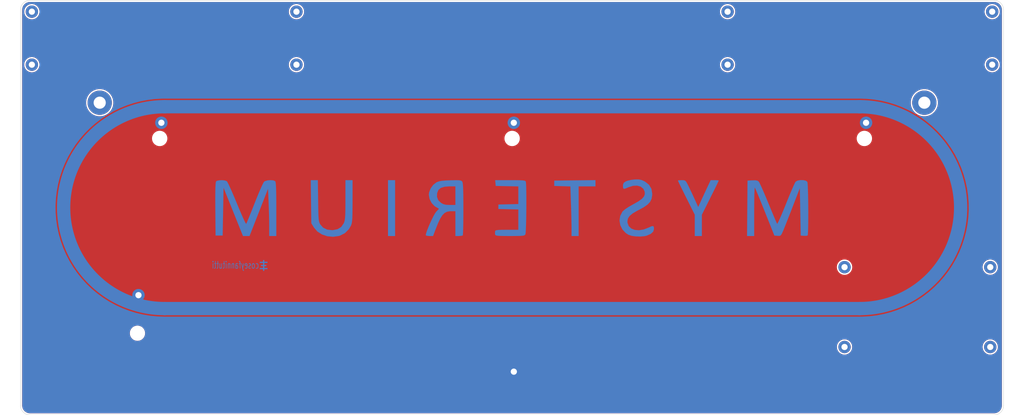
<source format=kicad_pcb>
(kicad_pcb (version 20171130) (host pcbnew "(5.1.12)-1")

  (general
    (thickness 1.6)
    (drawings 10)
    (tracks 0)
    (zones 0)
    (modules 22)
    (nets 2)
  )

  (page A3)
  (layers
    (0 F.Cu signal)
    (31 B.Cu signal)
    (32 B.Adhes user)
    (33 F.Adhes user)
    (34 B.Paste user)
    (35 F.Paste user)
    (36 B.SilkS user)
    (37 F.SilkS user)
    (38 B.Mask user)
    (39 F.Mask user)
    (40 Dwgs.User user)
    (41 Cmts.User user)
    (42 Eco1.User user)
    (43 Eco2.User user)
    (44 Edge.Cuts user)
    (45 Margin user)
    (46 B.CrtYd user)
    (47 F.CrtYd user)
    (48 B.Fab user)
    (49 F.Fab user)
  )

  (setup
    (last_trace_width 0.25)
    (trace_clearance 0.2)
    (zone_clearance 0.508)
    (zone_45_only no)
    (trace_min 0.2)
    (via_size 0.8)
    (via_drill 0.4)
    (via_min_size 0.4)
    (via_min_drill 0.3)
    (uvia_size 0.3)
    (uvia_drill 0.1)
    (uvias_allowed no)
    (uvia_min_size 0.2)
    (uvia_min_drill 0.1)
    (edge_width 0.05)
    (segment_width 0.2)
    (pcb_text_width 0.3)
    (pcb_text_size 1.5 1.5)
    (mod_edge_width 0.12)
    (mod_text_size 1 1)
    (mod_text_width 0.15)
    (pad_size 0.9 1.7)
    (pad_drill 0.6)
    (pad_to_mask_clearance 0.051)
    (solder_mask_min_width 0.25)
    (aux_axis_origin 0 0)
    (visible_elements 7FFFF7FF)
    (pcbplotparams
      (layerselection 0x010f0_ffffffff)
      (usegerberextensions false)
      (usegerberattributes false)
      (usegerberadvancedattributes false)
      (creategerberjobfile false)
      (excludeedgelayer false)
      (linewidth 2.000000)
      (plotframeref false)
      (viasonmask false)
      (mode 1)
      (useauxorigin false)
      (hpglpennumber 1)
      (hpglpenspeed 20)
      (hpglpendiameter 15.000000)
      (psnegative false)
      (psa4output false)
      (plotreference true)
      (plotvalue true)
      (plotinvisibletext false)
      (padsonsilk false)
      (subtractmaskfromsilk false)
      (outputformat 1)
      (mirror false)
      (drillshape 0)
      (scaleselection 1)
      (outputdirectory ""))
  )

  (net 0 "")
  (net 1 GND)

  (net_class Default "This is the default net class."
    (clearance 0.2)
    (trace_width 0.25)
    (via_dia 0.8)
    (via_drill 0.4)
    (uvia_dia 0.3)
    (uvia_drill 0.1)
    (add_net GND)
  )

  (module MountingHole:MountingHole_4.3mm_M4_Pad (layer F.Cu) (tedit 56D1B4CB) (tstamp 5DB89560)
    (at 356.2131 97.0534)
    (descr "Mounting Hole 4.3mm, M4")
    (tags "mounting hole 4.3mm m4")
    (attr virtual)
    (fp_text reference REF** (at 0 -5.3) (layer Cmts.User)
      (effects (font (size 1 1) (thickness 0.15)))
    )
    (fp_text value MountingHole_4.3mm_M4_Pad (at 0 5.3) (layer F.Fab)
      (effects (font (size 1 1) (thickness 0.15)))
    )
    (fp_circle (center 0 0) (end 4.55 0) (layer F.CrtYd) (width 0.05))
    (fp_circle (center 0 0) (end 4.3 0) (layer Cmts.User) (width 0.15))
    (fp_text user %R (at 0.3 0) (layer F.Fab)
      (effects (font (size 1 1) (thickness 0.15)))
    )
    (pad 1 thru_hole circle (at 0 0) (size 8.6 8.6) (drill 4.3) (layers *.Cu *.Mask))
  )

  (module MountingHole:MountingHole_4.3mm_M4_Pad (layer F.Cu) (tedit 56D1B4CB) (tstamp 5DB894FE)
    (at 64.5506 97.0534)
    (descr "Mounting Hole 4.3mm, M4")
    (tags "mounting hole 4.3mm m4")
    (attr virtual)
    (fp_text reference REF** (at 0 -5.3) (layer Cmts.User)
      (effects (font (size 1 1) (thickness 0.15)))
    )
    (fp_text value MountingHole_4.3mm_M4_Pad (at 0 5.3) (layer F.Fab)
      (effects (font (size 1 1) (thickness 0.15)))
    )
    (fp_circle (center 0 0) (end 4.3 0) (layer Cmts.User) (width 0.15))
    (fp_circle (center 0 0) (end 4.55 0) (layer F.CrtYd) (width 0.05))
    (fp_text user %R (at 0.3 0) (layer F.Fab)
      (effects (font (size 1 1) (thickness 0.15)))
    )
    (pad 1 thru_hole circle (at 0 0) (size 8.6 8.6) (drill 4.3) (layers *.Cu *.Mask))
  )

  (module "logos:TOPY 4MM MASK" (layer B.Cu) (tedit 0) (tstamp 5DB8E996)
    (at 122.5296 154.607658)
    (fp_text reference G*** (at 0 0) (layer B.SilkS) hide
      (effects (font (size 1.524 1.524) (thickness 0.3)) (justify mirror))
    )
    (fp_text value LOGO (at 0.75 0) (layer B.SilkS) hide
      (effects (font (size 1.524 1.524) (thickness 0.3)) (justify mirror))
    )
    (fp_poly (pts (xy 0.220134 1.320919) (xy 0.789517 1.318742) (xy 1.3589 1.316566) (xy 1.3589 0.910166)
      (xy 0.220134 0.905814) (xy 0.220134 0.245533) (xy 0.939801 0.245533) (xy 0.939801 -0.186267)
      (xy 0.220134 -0.186267) (xy 0.220134 -0.863481) (xy 0.789517 -0.865658) (xy 1.3589 -0.867834)
      (xy 1.361163 -1.081617) (xy 1.363425 -1.2954) (xy 0.220134 -1.2954) (xy 0.220134 -1.913467)
      (xy -0.220133 -1.913467) (xy -0.220133 -1.2954) (xy -1.354666 -1.2954) (xy -1.354666 -0.863601)
      (xy -0.220133 -0.863601) (xy -0.220133 -0.186267) (xy -0.931333 -0.186267) (xy -0.931333 0.245533)
      (xy -0.220133 0.245533) (xy -0.220133 0.905933) (xy -1.354666 0.905933) (xy -1.354666 1.320799)
      (xy -0.220352 1.320799) (xy -0.2159 1.909233) (xy 0.002117 1.911492) (xy 0.220134 1.913752)
      (xy 0.220134 1.320919)) (layer B.Mask) (width 0.01))
  )

  (module "logos:TOPY 4MM COPPER" (layer B.Cu) (tedit 5CDE2DB2) (tstamp 5DB8E971)
    (at 122.5296 154.607658)
    (fp_text reference G*** (at 0 0) (layer B.SilkS) hide
      (effects (font (size 1.524 1.524) (thickness 0.3)) (justify mirror))
    )
    (fp_text value LOGO (at 0.75 0) (layer B.SilkS) hide
      (effects (font (size 1.524 1.524) (thickness 0.3)) (justify mirror))
    )
    (fp_poly (pts (xy 0.220134 1.320919) (xy 0.789517 1.318742) (xy 1.3589 1.316566) (xy 1.3589 0.910166)
      (xy 0.220134 0.905814) (xy 0.220134 0.245533) (xy 0.939801 0.245533) (xy 0.939801 -0.186267)
      (xy 0.220134 -0.186267) (xy 0.220134 -0.863481) (xy 0.789517 -0.865658) (xy 1.3589 -0.867834)
      (xy 1.361163 -1.081617) (xy 1.363425 -1.2954) (xy 0.220134 -1.2954) (xy 0.220134 -1.913467)
      (xy -0.220133 -1.913467) (xy -0.220133 -1.2954) (xy -1.354666 -1.2954) (xy -1.354666 -0.863601)
      (xy -0.220133 -0.863601) (xy -0.220133 -0.186267) (xy -0.931333 -0.186267) (xy -0.931333 0.245533)
      (xy -0.220133 0.245533) (xy -0.220133 0.905933) (xy -1.354666 0.905933) (xy -1.354666 1.320799)
      (xy -0.220352 1.320799) (xy -0.2159 1.909233) (xy 0.002117 1.911492) (xy 0.220134 1.913752)
      (xy 0.220134 1.320919)) (layer B.Cu) (width 0.01))
  )

  (module logos:MYSTERIUM_LARGE_COPPER (layer B.Cu) (tedit 5DB88DCF) (tstamp 5DB8E882)
    (at 210.419351 134.171649 180)
    (fp_text reference G*** (at 0 0) (layer B.SilkS) hide
      (effects (font (size 1.524 1.524) (thickness 0.3)) (justify mirror))
    )
    (fp_text value LOGO (at 0.75 0) (layer B.SilkS) hide
      (effects (font (size 1.524 1.524) (thickness 0.3)) (justify mirror))
    )
    (fp_poly (pts (xy -43.271574 9.947905) (xy -42.018632 9.794591) (xy -40.86507 9.533041) (xy -40.214166 9.289864)
      (xy -39.507049 8.813594) (xy -39.230443 8.21235) (xy -39.197531 7.674663) (xy -39.235625 6.983699)
      (xy -39.431969 6.670317) (xy -39.909656 6.704523) (xy -40.791777 7.056325) (xy -41.123163 7.205458)
      (xy -42.743234 7.721715) (xy -44.230398 7.788027) (xy -45.485006 7.431333) (xy -46.407407 6.678569)
      (xy -46.879138 5.649492) (xy -46.928973 4.746051) (xy -46.616434 3.917659) (xy -45.882767 3.099188)
      (xy -44.66922 2.225512) (xy -42.91704 1.231506) (xy -42.872259 1.207932) (xy -41.262969 0.298199)
      (xy -39.980312 -0.555305) (xy -39.13735 -1.275382) (xy -39.00101 -1.435328) (xy -38.220662 -2.933347)
      (xy -37.981651 -4.560526) (xy -38.251416 -6.193099) (xy -38.997397 -7.7073) (xy -40.187032 -8.97936)
      (xy -41.149084 -9.600433) (xy -42.26248 -9.965564) (xy -43.743486 -10.175699) (xy -45.349223 -10.219486)
      (xy -46.836811 -10.085571) (xy -47.611253 -9.902491) (xy -49.043766 -9.272222) (xy -49.88821 -8.498914)
      (xy -50.17266 -7.556561) (xy -50.172839 -7.529589) (xy -50.107577 -6.806487) (xy -49.838161 -6.509677)
      (xy -49.254145 -6.609292) (xy -48.331561 -7.031684) (xy -46.539387 -7.72735) (xy -44.849117 -7.999894)
      (xy -43.345332 -7.873585) (xy -42.11261 -7.372695) (xy -41.235531 -6.521495) (xy -40.798676 -5.344256)
      (xy -40.765432 -4.860494) (xy -40.946958 -3.864112) (xy -41.534455 -2.953547) (xy -42.592302 -2.062897)
      (xy -44.184876 -1.126258) (xy -44.639886 -0.894246) (xy -46.527474 0.125165) (xy -47.884935 1.069549)
      (xy -48.787334 2.028412) (xy -49.309738 3.091263) (xy -49.527213 4.347609) (xy -49.545679 4.955338)
      (xy -49.271823 6.649531) (xy -48.44669 8.049168) (xy -47.064929 9.162574) (xy -46.720926 9.35184)
      (xy -45.763169 9.77315) (xy -44.840058 9.962795) (xy -43.664712 9.97035) (xy -43.271574 9.947905)) (layer B.Cu) (width 0.01))
    (fp_poly (pts (xy 58.959973 2.743827) (xy 58.967469 0.421228) (xy 58.989253 -1.366513) (xy 59.032032 -2.711654)
      (xy 59.102511 -3.706453) (xy 59.207397 -4.443166) (xy 59.353395 -5.014051) (xy 59.547211 -5.511365)
      (xy 59.562492 -5.545254) (xy 60.45851 -6.829958) (xy 61.759765 -7.63816) (xy 63.458232 -7.965105)
      (xy 63.65679 -7.971278) (xy 65.453895 -7.76258) (xy 66.861427 -7.064118) (xy 67.808956 -5.999525)
      (xy 68.035722 -5.605733) (xy 68.209894 -5.188857) (xy 68.33986 -4.661333) (xy 68.434008 -3.935599)
      (xy 68.500727 -2.924093) (xy 68.548406 -1.539252) (xy 68.585433 0.306487) (xy 68.61653 2.430247)
      (xy 68.715776 9.720987) (xy 71.223095 9.720987) (xy 71.124511 2.091019) (xy 71.025926 -5.53895)
      (xy 70.082387 -7.064032) (xy 68.869762 -8.456755) (xy 67.249531 -9.488251) (xy 65.352974 -10.118122)
      (xy 63.311371 -10.305974) (xy 61.256002 -10.01141) (xy 60.874361 -9.897442) (xy 59.151413 -9.01683)
      (xy 57.763446 -7.64471) (xy 57.03895 -6.428395) (xy 56.852084 -5.963519) (xy 56.709412 -5.421802)
      (xy 56.605033 -4.715853) (xy 56.533044 -3.75828) (xy 56.487544 -2.46169) (xy 56.462633 -0.738691)
      (xy 56.452409 1.498108) (xy 56.451331 2.273456) (xy 56.444445 9.720987) (xy 58.953087 9.720987)
      (xy 58.959973 2.743827)) (layer B.Cu) (width 0.01))
    (fp_poly (pts (xy -100.954891 9.566116) (xy -100.277395 9.187352) (xy -100.263453 9.172222) (xy -100.014434 8.737189)
      (xy -99.574923 7.804193) (xy -98.982341 6.459551) (xy -98.274112 4.789581) (xy -97.487659 2.8806)
      (xy -96.863104 1.329156) (xy -96.062092 -0.650293) (xy -95.328061 -2.406865) (xy -94.694246 -3.865624)
      (xy -94.19388 -4.951638) (xy -93.860198 -5.58997) (xy -93.7339 -5.7264) (xy -93.557869 -5.380438)
      (xy -93.181605 -4.535755) (xy -92.640283 -3.274931) (xy -91.969076 -1.680548) (xy -91.203159 0.164813)
      (xy -90.626957 1.567901) (xy -89.799618 3.564601) (xy -89.02307 5.389031) (xy -88.336342 6.953379)
      (xy -87.778467 8.169833) (xy -87.388478 8.950584) (xy -87.240689 9.186047) (xy -86.770445 9.5263)
      (xy -86.041944 9.667644) (xy -84.997529 9.656418) (xy -83.255555 9.564197) (xy -83.172693 -0.235186)
      (xy -83.08983 -10.034568) (xy -85.607407 -10.034568) (xy -85.607407 -1.358848) (xy -85.615259 0.88631)
      (xy -85.637427 2.899475) (xy -85.671831 4.60361) (xy -85.71639 5.921675) (xy -85.769024 6.776631)
      (xy -85.827651 7.091441) (xy -85.835564 7.088716) (xy -86.00641 6.749077) (xy -86.376712 5.901836)
      (xy -86.915089 4.622521) (xy -87.590163 2.986666) (xy -88.370555 1.069799) (xy -89.224886 -1.052547)
      (xy -89.40729 -1.50861) (xy -92.750859 -9.877778) (xy -93.891493 -9.975619) (xy -94.547248 -9.997863)
      (xy -94.971311 -9.836156) (xy -95.319575 -9.359768) (xy -95.747934 -8.437967) (xy -95.761178 -8.407717)
      (xy -96.086861 -7.62905) (xy -96.593499 -6.374744) (xy -97.237502 -4.754746) (xy -97.97528 -2.879001)
      (xy -98.763241 -0.857456) (xy -99.12351 0.072913) (xy -101.75679 6.887802) (xy -102.07037 -9.877778)
      (xy -103.179109 -9.971097) (xy -103.978193 -9.975708) (xy -104.480489 -9.864502) (xy -104.511825 -9.840439)
      (xy -104.587846 -9.458818) (xy -104.647991 -8.546133) (xy -104.69277 -7.198269) (xy -104.722692 -5.511109)
      (xy -104.738265 -3.580536) (xy -104.739999 -1.502434) (xy -104.728403 0.627315) (xy -104.703986 2.712826)
      (xy -104.667256 4.658216) (xy -104.618724 6.367602) (xy -104.558897 7.745101) (xy -104.488286 8.694829)
      (xy -104.411189 9.114442) (xy -103.883949 9.516119) (xy -102.982559 9.727374) (xy -101.931409 9.745082)
      (xy -100.954891 9.566116)) (layer B.Cu) (width 0.01))
    (fp_poly (pts (xy -68.785392 6.66358) (xy -68.091809 5.18069) (xy -67.405121 3.701989) (xy -66.826732 2.446294)
      (xy -66.583446 1.912146) (xy -65.817543 0.218119) (xy -64.474404 3.166467) (xy -63.786496 4.658561)
      (xy -63.076485 6.169081) (xy -62.457393 7.458634) (xy -62.231173 7.917901) (xy -61.725314 8.892448)
      (xy -61.33392 9.431859) (xy -60.89674 9.66479) (xy -60.253522 9.719896) (xy -59.985293 9.720987)
      (xy -59.166344 9.687748) (xy -58.689262 9.604076) (xy -58.639506 9.561062) (xy -58.773688 9.245617)
      (xy -59.148845 8.454298) (xy -59.723897 7.271386) (xy -60.457763 5.781162) (xy -61.309361 4.067908)
      (xy -61.618518 3.449382) (xy -64.597531 -2.502372) (xy -64.597531 -10.034568) (xy -67.106173 -10.034568)
      (xy -67.106173 -2.502372) (xy -70.085185 3.449382) (xy -70.967462 5.219283) (xy -71.745979 6.794818)
      (xy -72.379654 8.091705) (xy -72.827406 9.025663) (xy -73.048154 9.512412) (xy -73.064197 9.561062)
      (xy -72.783565 9.656184) (xy -72.073066 9.713453) (xy -71.642816 9.720987) (xy -70.221434 9.720987)
      (xy -68.785392 6.66358)) (layer B.Cu) (width 0.01))
    (fp_poly (pts (xy -22.185802 9.648372) (xy -14.895062 9.564197) (xy -14.895062 7.682716) (xy -17.746485 7.593204)
      (xy -20.597908 7.503693) (xy -20.803006 1.63518) (xy -20.870983 -0.472888) (xy -20.929547 -2.600012)
      (xy -20.974648 -4.573726) (xy -21.002233 -6.221567) (xy -21.00899 -7.133951) (xy -21.009876 -10.034568)
      (xy -23.518518 -10.034568) (xy -23.518518 7.525926) (xy -29.476543 7.525926) (xy -29.476543 9.732546)
      (xy -22.185802 9.648372)) (layer B.Cu) (width 0.01))
    (fp_poly (pts (xy 5.899498 8.701851) (xy 5.801235 7.682716) (xy 1.803087 7.594952) (xy -2.195062 7.507188)
      (xy -2.195062 1.274861) (xy 1.332716 1.186196) (xy 4.860494 1.09753) (xy 4.860494 -0.470371)
      (xy -2.195062 -0.647701) (xy -2.195062 -7.839507) (xy 1.858489 -7.839507) (xy 3.533673 -7.847757)
      (xy 4.683185 -7.8814) (xy 5.408399 -7.953771) (xy 5.810685 -8.078208) (xy 5.991419 -8.268047)
      (xy 6.029663 -8.388272) (xy 6.061619 -9.189359) (xy 6.016082 -9.485803) (xy 5.914036 -9.690548)
      (xy 5.660918 -9.837384) (xy 5.166377 -9.935741) (xy 4.340063 -9.995049) (xy 3.091627 -10.024739)
      (xy 1.330717 -10.034241) (xy 0.75841 -10.034568) (xy -1.152966 -10.02957) (xy -2.532194 -10.00753)
      (xy -3.474256 -9.95788) (xy -4.07413 -9.870052) (xy -4.426797 -9.733476) (xy -4.627236 -9.537584)
      (xy -4.692671 -9.428023) (xy -4.771561 -8.975362) (xy -4.84116 -7.994816) (xy -4.900751 -6.585601)
      (xy -4.949622 -4.846934) (xy -4.987057 -2.878031) (xy -5.012343 -0.778108) (xy -5.024765 1.353618)
      (xy -5.023609 3.41793) (xy -5.008161 5.315612) (xy -4.977707 6.947448) (xy -4.931532 8.21422)
      (xy -4.868923 9.016713) (xy -4.826944 9.22497) (xy -4.679291 9.409141) (xy -4.341181 9.542247)
      (xy -3.725462 9.632135) (xy -2.744982 9.686655) (xy -1.312587 9.713656) (xy 0.658873 9.720987)
      (xy 5.997761 9.720987) (xy 5.899498 8.701851)) (layer B.Cu) (width 0.01))
    (fp_poly (pts (xy 21.453154 9.680081) (xy 21.809865 9.670279) (xy 23.564158 9.599757) (xy 24.836012 9.489441)
      (xy 25.769888 9.317626) (xy 26.510248 9.062608) (xy 26.811111 8.918867) (xy 27.929742 8.043184)
      (xy 28.831715 6.785233) (xy 29.374977 5.377982) (xy 29.469657 4.558864) (xy 29.196067 3.070628)
      (xy 28.482205 1.659966) (xy 27.456968 0.555987) (xy 27.072597 0.298209) (xy 25.870371 -0.393322)
      (xy 26.848426 -1.429752) (xy 27.276747 -2.032311) (xy 27.827695 -3.016312) (xy 28.444759 -4.25309)
      (xy 29.071429 -5.613981) (xy 29.651194 -6.970322) (xy 30.127544 -8.193448) (xy 30.443967 -9.154695)
      (xy 30.543954 -9.725399) (xy 30.524457 -9.799383) (xy 30.146998 -9.950606) (xy 29.391855 -10.030721)
      (xy 29.171871 -10.034568) (xy 27.963471 -10.034568) (xy 27.105671 -7.761112) (xy 26.228852 -5.556675)
      (xy 25.444359 -3.892614) (xy 24.694173 -2.700429) (xy 23.920282 -1.911621) (xy 23.064668 -1.45769)
      (xy 22.069317 -1.270137) (xy 21.594748 -1.254321) (xy 20.069136 -1.254321) (xy 20.069136 -10.034568)
      (xy 18.867078 -10.034568) (xy 18.03841 -9.984472) (xy 17.507957 -9.860526) (xy 17.455967 -9.825515)
      (xy 17.402735 -9.470164) (xy 17.354499 -8.567819) (xy 17.313054 -7.198634) (xy 17.28019 -5.442768)
      (xy 17.257703 -3.380378) (xy 17.247383 -1.091619) (xy 17.246914 -0.478042) (xy 17.250282 0.94074)
      (xy 20.069136 0.94074) (xy 22.061034 0.94074) (xy 23.384948 1.005313) (xy 24.339674 1.237806)
      (xy 25.114302 1.655997) (xy 26.135283 2.628609) (xy 26.584689 3.820263) (xy 26.524332 5.141494)
      (xy 26.085198 6.237774) (xy 25.217424 6.983448) (xy 23.875072 7.40375) (xy 22.185803 7.524753)
      (xy 20.069136 7.525926) (xy 20.069136 0.94074) (xy 17.250282 0.94074) (xy 17.253599 2.337378)
      (xy 17.275258 4.582866) (xy 17.314293 6.315528) (xy 17.373107 7.592468) (xy 17.454102 8.470788)
      (xy 17.559682 9.007594) (xy 17.654927 9.218369) (xy 17.896498 9.455964) (xy 18.282078 9.608422)
      (xy 18.926694 9.688254) (xy 19.945376 9.707969) (xy 21.453154 9.680081)) (layer B.Cu) (width 0.01))
    (fp_poly (pts (xy 43.901235 -10.034568) (xy 41.392593 -10.034568) (xy 41.392593 9.720987) (xy 43.901235 9.720987)
      (xy 43.901235 -10.034568)) (layer B.Cu) (width 0.01))
    (fp_poly (pts (xy 86.496999 9.640999) (xy 87.399934 9.376879) (xy 87.752981 9.143315) (xy 88.027132 8.69603)
      (xy 88.485371 7.751773) (xy 89.088632 6.399691) (xy 89.797849 4.728929) (xy 90.573955 2.828632)
      (xy 91.085434 1.538994) (xy 91.864719 -0.435613) (xy 92.577415 -2.216634) (xy 93.189234 -3.720381)
      (xy 93.665888 -4.863168) (xy 93.97309 -5.561309) (xy 94.067281 -5.738902) (xy 94.241485 -5.530176)
      (xy 94.614864 -4.81263) (xy 95.153939 -3.659852) (xy 95.825228 -2.145433) (xy 96.595253 -0.342963)
      (xy 97.34859 1.473444) (xy 98.197233 3.515783) (xy 98.994547 5.375582) (xy 99.703178 6.970327)
      (xy 100.285775 8.217499) (xy 100.704984 9.034583) (xy 100.904561 9.329012) (xy 101.574354 9.594268)
      (xy 102.543362 9.708189) (xy 103.563345 9.673245) (xy 104.386061 9.491911) (xy 104.702135 9.291184)
      (xy 104.813797 8.925086) (xy 104.897817 8.106859) (xy 104.955164 6.80185) (xy 104.986804 4.975402)
      (xy 104.993706 2.592861) (xy 104.976837 -0.380427) (xy 104.975717 -0.508199) (xy 104.892593 -9.877778)
      (xy 102.383951 -9.877778) (xy 102.070371 7.049076) (xy 98.633212 -1.492746) (xy 95.196054 -10.034568)
      (xy 92.875414 -10.034568) (xy 90.451051 -3.841358) (xy 89.665525 -1.834871) (xy 88.899228 0.12215)
      (xy 88.202731 1.900578) (xy 87.626605 3.371286) (xy 87.221421 4.405149) (xy 87.181276 4.507526)
      (xy 86.335864 6.6632) (xy 86.128426 1.870631) (xy 86.050644 -0.1873) (xy 85.986155 -2.390452)
      (xy 85.941037 -4.49418) (xy 85.921368 -6.25384) (xy 85.920988 -6.478253) (xy 85.920988 -10.034568)
      (xy 83.412346 -10.034568) (xy 83.412346 -0.533087) (xy 83.419861 2.405546) (xy 83.44354 4.761729)
      (xy 83.485077 6.58001) (xy 83.546171 7.904932) (xy 83.628518 8.781041) (xy 83.733816 9.252881)
      (xy 83.788642 9.344691) (xy 84.438337 9.637758) (xy 85.425461 9.732243) (xy 86.496999 9.640999)) (layer B.Cu) (width 0.01))
    (fp_line (start -122.93 35.7) (end 122.93 35.7) (layer B.Cu) (width 4.7))
    (fp_line (start -122.93 -35.7) (end 122.93 -35.7) (layer B.Cu) (width 4.7))
    (fp_arc (start 122.93 0) (end 122.93 -35.7) (angle 180) (layer B.Cu) (width 4.7))
    (fp_arc (start -122.93 0) (end -122.93 35.7) (angle 180) (layer B.Cu) (width 4.7))
  )

  (module MountingHole:MountingHole_2.2mm_M2_Pad (layer F.Cu) (tedit 5DA81F35) (tstamp 5DB49577)
    (at 286.6263 83.6134)
    (descr "Mounting Hole 2.2mm, M2")
    (tags "mounting hole 2.2mm m2")
    (attr virtual)
    (fp_text reference REF** (at 0 -3.2) (layer Cmts.User)
      (effects (font (size 1 1) (thickness 0.15)))
    )
    (fp_text value MountingHole_2.2mm_M2_Pad (at 0 3.2) (layer F.Fab)
      (effects (font (size 1 1) (thickness 0.15)))
    )
    (fp_circle (center 0 0) (end 2.2 0) (layer Cmts.User) (width 0.15))
    (fp_circle (center 0 0) (end 2.45 0) (layer F.CrtYd) (width 0.05))
    (fp_text user %R (at 0.3 0) (layer F.Fab)
      (effects (font (size 1 1) (thickness 0.15)))
    )
    (pad 1 thru_hole circle (at 0 0) (size 4.4 4.4) (drill 2.2) (layers *.Cu *.Mask))
  )

  (module MountingHole:MountingHole_2.2mm_M2_Pad (layer F.Cu) (tedit 5DA81F35) (tstamp 5DB49451)
    (at 134.1374 83.6134)
    (descr "Mounting Hole 2.2mm, M2")
    (tags "mounting hole 2.2mm m2")
    (attr virtual)
    (fp_text reference REF** (at 0 -3.2) (layer Cmts.User)
      (effects (font (size 1 1) (thickness 0.15)))
    )
    (fp_text value MountingHole_2.2mm_M2_Pad (at 0 3.2) (layer F.Fab)
      (effects (font (size 1 1) (thickness 0.15)))
    )
    (fp_circle (center 0 0) (end 2.45 0) (layer F.CrtYd) (width 0.05))
    (fp_circle (center 0 0) (end 2.2 0) (layer Cmts.User) (width 0.15))
    (fp_text user %R (at 0.3 0) (layer F.Fab)
      (effects (font (size 1 1) (thickness 0.15)))
    )
    (pad 1 thru_hole circle (at 0 0) (size 4.4 4.4) (drill 2.2) (layers *.Cu *.Mask))
  )

  (module MountingHole:MountingHole_2.2mm_M2_Pad (layer F.Cu) (tedit 5DA81F35) (tstamp 5DA8A32B)
    (at 286.6263 64.8634)
    (descr "Mounting Hole 2.2mm, M2")
    (tags "mounting hole 2.2mm m2")
    (attr virtual)
    (fp_text reference REF** (at 0 -3.2) (layer Cmts.User)
      (effects (font (size 1 1) (thickness 0.15)))
    )
    (fp_text value MountingHole_2.2mm_M2_Pad (at 0 3.2) (layer F.Fab)
      (effects (font (size 1 1) (thickness 0.15)))
    )
    (fp_circle (center 0 0) (end 2.45 0) (layer F.CrtYd) (width 0.05))
    (fp_circle (center 0 0) (end 2.2 0) (layer Cmts.User) (width 0.15))
    (fp_text user %R (at 0.3 0) (layer F.Fab)
      (effects (font (size 1 1) (thickness 0.15)))
    )
    (pad 1 thru_hole circle (at 0 0) (size 4.4 4.4) (drill 2.2) (layers *.Cu *.Mask))
  )

  (module MountingHole:MountingHole_2.2mm_M2_Pad (layer F.Cu) (tedit 5DA81F72) (tstamp 5DA82185)
    (at 40.5506 64.8634)
    (descr "Mounting Hole 2.2mm, M2")
    (tags "mounting hole 2.2mm m2")
    (attr virtual)
    (fp_text reference REF** (at 0 -3.2) (layer Cmts.User)
      (effects (font (size 1 1) (thickness 0.15)))
    )
    (fp_text value MountingHole_2.2mm_M2_Pad (at 0 3.2) (layer F.Fab)
      (effects (font (size 1 1) (thickness 0.15)))
    )
    (fp_circle (center 0 0) (end 2.2 0) (layer Cmts.User) (width 0.15))
    (fp_circle (center 0 0) (end 2.45 0) (layer F.CrtYd) (width 0.05))
    (fp_text user %R (at 0.3 0) (layer F.Fab)
      (effects (font (size 1 1) (thickness 0.15)))
    )
    (pad 1 thru_hole circle (at 0 0) (size 4.4 4.4) (drill 2.2) (layers *.Cu *.Mask))
  )

  (module MountingHole:MountingHole_2.2mm_M2_Pad (layer F.Cu) (tedit 5DA81F35) (tstamp 5DA82742)
    (at 379.523512 183.4548)
    (descr "Mounting Hole 2.2mm, M2")
    (tags "mounting hole 2.2mm m2")
    (attr virtual)
    (fp_text reference REF** (at 0 -3.2) (layer Cmts.User)
      (effects (font (size 1 1) (thickness 0.15)))
    )
    (fp_text value MountingHole_2.2mm_M2_Pad (at 0 3.2) (layer F.Fab)
      (effects (font (size 1 1) (thickness 0.15)))
    )
    (fp_circle (center 0 0) (end 2.2 0) (layer Cmts.User) (width 0.15))
    (fp_circle (center 0 0) (end 2.45 0) (layer F.CrtYd) (width 0.05))
    (fp_text user %R (at 0.3 0) (layer F.Fab)
      (effects (font (size 1 1) (thickness 0.15)))
    )
    (pad 1 thru_hole circle (at 0 0) (size 4.4 4.4) (drill 2.2) (layers *.Cu *.Mask))
  )

  (module MountingHole:MountingHole_2.2mm_M2_Pad (layer F.Cu) (tedit 5DA81F35) (tstamp 5DA82734)
    (at 327.986788 183.4548)
    (descr "Mounting Hole 2.2mm, M2")
    (tags "mounting hole 2.2mm m2")
    (attr virtual)
    (fp_text reference REF** (at 0 -3.2) (layer Cmts.User)
      (effects (font (size 1 1) (thickness 0.15)))
    )
    (fp_text value MountingHole_2.2mm_M2_Pad (at 0 3.2) (layer F.Fab)
      (effects (font (size 1 1) (thickness 0.15)))
    )
    (fp_circle (center 0 0) (end 2.2 0) (layer Cmts.User) (width 0.15))
    (fp_circle (center 0 0) (end 2.45 0) (layer F.CrtYd) (width 0.05))
    (fp_text user %R (at 0.3 0) (layer F.Fab)
      (effects (font (size 1 1) (thickness 0.15)))
    )
    (pad 1 thru_hole circle (at 0 0) (size 4.4 4.4) (drill 2.2) (layers *.Cu *.Mask))
  )

  (module MountingHole:MountingHole_2.2mm_M2_Pad (layer F.Cu) (tedit 5DA81F35) (tstamp 5DA82726)
    (at 379.523512 155.2194)
    (descr "Mounting Hole 2.2mm, M2")
    (tags "mounting hole 2.2mm m2")
    (attr virtual)
    (fp_text reference REF** (at 0 -3.2) (layer Cmts.User)
      (effects (font (size 1 1) (thickness 0.15)))
    )
    (fp_text value MountingHole_2.2mm_M2_Pad (at 0 3.2) (layer F.Fab)
      (effects (font (size 1 1) (thickness 0.15)))
    )
    (fp_circle (center 0 0) (end 2.2 0) (layer Cmts.User) (width 0.15))
    (fp_circle (center 0 0) (end 2.45 0) (layer F.CrtYd) (width 0.05))
    (fp_text user %R (at 0.3 0) (layer F.Fab)
      (effects (font (size 1 1) (thickness 0.15)))
    )
    (pad 1 thru_hole circle (at 0 0) (size 4.4 4.4) (drill 2.2) (layers *.Cu *.Mask))
  )

  (module MountingHole:MountingHole_2.2mm_M2_Pad (layer F.Cu) (tedit 5DA81F35) (tstamp 5DA82718)
    (at 327.986788 155.2194)
    (descr "Mounting Hole 2.2mm, M2")
    (tags "mounting hole 2.2mm m2")
    (attr virtual)
    (fp_text reference REF** (at 0 -3.2) (layer Cmts.User)
      (effects (font (size 1 1) (thickness 0.15)))
    )
    (fp_text value MountingHole_2.2mm_M2_Pad (at 0 3.2) (layer F.Fab)
      (effects (font (size 1 1) (thickness 0.15)))
    )
    (fp_circle (center 0 0) (end 2.2 0) (layer Cmts.User) (width 0.15))
    (fp_circle (center 0 0) (end 2.45 0) (layer F.CrtYd) (width 0.05))
    (fp_text user %R (at 0.3 0) (layer F.Fab)
      (effects (font (size 1 1) (thickness 0.15)))
    )
    (pad 1 thru_hole circle (at 0 0) (size 4.4 4.4) (drill 2.2) (layers *.Cu *.Mask))
  )

  (module MountingHole:MountingHole_2.2mm_M2_Pad (layer F.Cu) (tedit 5DA81F35) (tstamp 5DA826B6)
    (at 78.2574 165.1254)
    (descr "Mounting Hole 2.2mm, M2")
    (tags "mounting hole 2.2mm m2")
    (attr virtual)
    (fp_text reference REF** (at 0 -3.2) (layer Cmts.User)
      (effects (font (size 1 1) (thickness 0.15)))
    )
    (fp_text value MountingHole_2.2mm_M2_Pad (at 0 3.2) (layer F.Fab)
      (effects (font (size 1 1) (thickness 0.15)))
    )
    (fp_circle (center 0 0) (end 2.2 0) (layer Cmts.User) (width 0.15))
    (fp_circle (center 0 0) (end 2.45 0) (layer F.CrtYd) (width 0.05))
    (fp_text user %R (at 0.3 0) (layer F.Fab)
      (effects (font (size 1 1) (thickness 0.15)))
    )
    (pad 1 thru_hole circle (at 0 0) (size 4.4 4.4) (drill 2.2) (layers *.Cu *.Mask))
  )

  (module MountingHole:MountingHole_2.2mm_M2_Pad (layer F.Cu) (tedit 5DA81F35) (tstamp 5DA82665)
    (at 86.36 104.1527)
    (descr "Mounting Hole 2.2mm, M2")
    (tags "mounting hole 2.2mm m2")
    (attr virtual)
    (fp_text reference REF** (at 0 -3.2) (layer Cmts.User)
      (effects (font (size 1 1) (thickness 0.15)))
    )
    (fp_text value MountingHole_2.2mm_M2_Pad (at 0 3.2) (layer F.Fab)
      (effects (font (size 1 1) (thickness 0.15)))
    )
    (fp_circle (center 0 0) (end 2.2 0) (layer Cmts.User) (width 0.15))
    (fp_circle (center 0 0) (end 2.45 0) (layer F.CrtYd) (width 0.05))
    (fp_text user %R (at 0.3 0) (layer F.Fab)
      (effects (font (size 1 1) (thickness 0.15)))
    )
    (pad 1 thru_hole circle (at 0 0) (size 4.4 4.4) (drill 2.2) (layers *.Cu *.Mask))
  )

  (module MountingHole:MountingHole_2.2mm_M2_Pad (layer F.Cu) (tedit 5DA81F35) (tstamp 5DA82641)
    (at 335.5975 104.1527)
    (descr "Mounting Hole 2.2mm, M2")
    (tags "mounting hole 2.2mm m2")
    (attr virtual)
    (fp_text reference REF** (at 0 -3.2) (layer Cmts.User)
      (effects (font (size 1 1) (thickness 0.15)))
    )
    (fp_text value MountingHole_2.2mm_M2_Pad (at 0 3.2) (layer F.Fab)
      (effects (font (size 1 1) (thickness 0.15)))
    )
    (fp_circle (center 0 0) (end 2.2 0) (layer Cmts.User) (width 0.15))
    (fp_circle (center 0 0) (end 2.45 0) (layer F.CrtYd) (width 0.05))
    (fp_text user %R (at 0.3 0) (layer F.Fab)
      (effects (font (size 1 1) (thickness 0.15)))
    )
    (pad 1 thru_hole circle (at 0 0) (size 4.4 4.4) (drill 2.2) (layers *.Cu *.Mask))
  )

  (module MountingHole:MountingHole_2.2mm_M2_Pad (layer F.Cu) (tedit 5DA81F35) (tstamp 5DA82622)
    (at 211.01812 192.18656)
    (descr "Mounting Hole 2.2mm, M2")
    (tags "mounting hole 2.2mm m2")
    (path /5DB8967E)
    (attr virtual)
    (fp_text reference H1 (at 0 -3.2) (layer Cmts.User)
      (effects (font (size 1 1) (thickness 0.15)))
    )
    (fp_text value MountingHole_Pad (at 0 3.2) (layer F.Fab)
      (effects (font (size 1 1) (thickness 0.15)))
    )
    (fp_circle (center 0 0) (end 2.2 0) (layer Cmts.User) (width 0.15))
    (fp_circle (center 0 0) (end 2.45 0) (layer F.CrtYd) (width 0.05))
    (fp_text user %R (at 0.3 0) (layer F.Fab)
      (effects (font (size 1 1) (thickness 0.15)))
    )
    (pad 1 thru_hole circle (at 0 0) (size 4.4 4.4) (drill 2.2) (layers *.Cu *.Mask)
      (net 1 GND))
  )

  (module MountingHole:MountingHole_2.2mm_M2_Pad (layer F.Cu) (tedit 5DA81F35) (tstamp 5DA825D6)
    (at 211.016251 104.1527)
    (descr "Mounting Hole 2.2mm, M2")
    (tags "mounting hole 2.2mm m2")
    (attr virtual)
    (fp_text reference REF** (at 0 -3.2) (layer Cmts.User)
      (effects (font (size 1 1) (thickness 0.15)))
    )
    (fp_text value MountingHole_2.2mm_M2_Pad (at 0 3.2) (layer F.Fab)
      (effects (font (size 1 1) (thickness 0.15)))
    )
    (fp_circle (center 0 0) (end 2.2 0) (layer Cmts.User) (width 0.15))
    (fp_circle (center 0 0) (end 2.45 0) (layer F.CrtYd) (width 0.05))
    (fp_text user %R (at 0.3 0) (layer F.Fab)
      (effects (font (size 1 1) (thickness 0.15)))
    )
    (pad 1 thru_hole circle (at 0 0) (size 4.4 4.4) (drill 2.2) (layers *.Cu *.Mask))
  )

  (module MountingHole:MountingHole_2.2mm_M2_Pad (layer F.Cu) (tedit 5DA81F35) (tstamp 5DA824BC)
    (at 134.1374 64.8634)
    (descr "Mounting Hole 2.2mm, M2")
    (tags "mounting hole 2.2mm m2")
    (attr virtual)
    (fp_text reference REF** (at 0 -3.2) (layer Cmts.User)
      (effects (font (size 1 1) (thickness 0.15)))
    )
    (fp_text value MountingHole_2.2mm_M2_Pad (at 0 3.2) (layer F.Fab)
      (effects (font (size 1 1) (thickness 0.15)))
    )
    (fp_circle (center 0 0) (end 2.2 0) (layer Cmts.User) (width 0.15))
    (fp_circle (center 0 0) (end 2.45 0) (layer F.CrtYd) (width 0.05))
    (fp_text user %R (at 0.3 0) (layer F.Fab)
      (effects (font (size 1 1) (thickness 0.15)))
    )
    (pad 1 thru_hole circle (at 0 0) (size 4.4 4.4) (drill 2.2) (layers *.Cu *.Mask))
  )

  (module MountingHole:MountingHole_2.2mm_M2_Pad (layer F.Cu) (tedit 5DA81F35) (tstamp 5DA82308)
    (at 380.2131 64.8634)
    (descr "Mounting Hole 2.2mm, M2")
    (tags "mounting hole 2.2mm m2")
    (attr virtual)
    (fp_text reference REF** (at 0 -3.2) (layer Cmts.User)
      (effects (font (size 1 1) (thickness 0.15)))
    )
    (fp_text value MountingHole_2.2mm_M2_Pad (at 0 3.2) (layer F.Fab)
      (effects (font (size 1 1) (thickness 0.15)))
    )
    (fp_circle (center 0 0) (end 2.2 0) (layer Cmts.User) (width 0.15))
    (fp_circle (center 0 0) (end 2.45 0) (layer F.CrtYd) (width 0.05))
    (fp_text user %R (at 0.3 0) (layer F.Fab)
      (effects (font (size 1 1) (thickness 0.15)))
    )
    (pad 1 thru_hole circle (at 0 0) (size 4.4 4.4) (drill 2.2) (layers *.Cu *.Mask))
  )

  (module MountingHole:MountingHole_2.2mm_M2_Pad (layer F.Cu) (tedit 5DA81F35) (tstamp 5DA82254)
    (at 380.2131 83.6134)
    (descr "Mounting Hole 2.2mm, M2")
    (tags "mounting hole 2.2mm m2")
    (attr virtual)
    (fp_text reference REF** (at 0 -3.2) (layer Cmts.User)
      (effects (font (size 1 1) (thickness 0.15)))
    )
    (fp_text value MountingHole_2.2mm_M2_Pad (at 0 3.2) (layer F.Fab)
      (effects (font (size 1 1) (thickness 0.15)))
    )
    (fp_circle (center 0 0) (end 2.2 0) (layer Cmts.User) (width 0.15))
    (fp_circle (center 0 0) (end 2.45 0) (layer F.CrtYd) (width 0.05))
    (fp_text user %R (at 0.3 0) (layer F.Fab)
      (effects (font (size 1 1) (thickness 0.15)))
    )
    (pad 1 thru_hole circle (at 0 0) (size 4.4 4.4) (drill 2.2) (layers *.Cu *.Mask))
  )

  (module MountingHole:MountingHole_2.2mm_M2_Pad (layer F.Cu) (tedit 5DA81F35) (tstamp 5DA821D2)
    (at 40.5506 83.6134)
    (descr "Mounting Hole 2.2mm, M2")
    (tags "mounting hole 2.2mm m2")
    (attr virtual)
    (fp_text reference REF** (at 0 -3.2) (layer Cmts.User)
      (effects (font (size 1 1) (thickness 0.15)))
    )
    (fp_text value MountingHole_2.2mm_M2_Pad (at 0 3.2) (layer F.Fab)
      (effects (font (size 1 1) (thickness 0.15)))
    )
    (fp_circle (center 0 0) (end 2.2 0) (layer Cmts.User) (width 0.15))
    (fp_circle (center 0 0) (end 2.45 0) (layer F.CrtYd) (width 0.05))
    (fp_text user %R (at 0.3 0) (layer F.Fab)
      (effects (font (size 1 1) (thickness 0.15)))
    )
    (pad 1 thru_hole circle (at 0 0) (size 4.4 4.4) (drill 2.2) (layers *.Cu *.Mask))
  )

  (gr_text coseyfannitutti (at 112.5474 154.4828) (layer B.Mask) (tstamp 5DB8E928)
    (effects (font (size 2.5 1.5) (thickness 0.2)) (justify mirror))
  )
  (gr_text coseyfannitutti (at 112.5474 154.4828) (layer B.Cu)
    (effects (font (size 2.5 1.5) (thickness 0.2)) (justify mirror))
  )
  (gr_arc (start 380.90604 204.172841) (end 380.90904 207.4799) (angle -90) (layer Edge.Cuts) (width 0.15) (tstamp 5DA5DE5A))
  (gr_arc (start 380.906041 64.17046) (end 384.2131 64.16746) (angle -90) (layer Edge.Cuts) (width 0.15) (tstamp 5DA5DE3D))
  (gr_arc (start 39.85766 64.170459) (end 39.85466 60.8634) (angle -90) (layer Edge.Cuts) (width 0.15) (tstamp 5DA5DE25))
  (gr_arc (start 39.857659 204.17284) (end 36.5506 204.17584) (angle -90) (layer Edge.Cuts) (width 0.15))
  (gr_line (start 384.2131 64.16746) (end 384.213099 204.169841) (layer Edge.Cuts) (width 0.15) (tstamp 5DA825E5))
  (gr_line (start 380.90904 207.4799) (end 39.860659 207.479899) (layer Edge.Cuts) (width 0.15))
  (gr_line (start 36.5506 204.17584) (end 36.550601 64.173459) (layer Edge.Cuts) (width 0.15) (tstamp 5DA825E8))
  (gr_line (start 39.85466 60.8634) (end 380.903041 60.8634) (layer Edge.Cuts) (width 0.15))

  (zone (net 1) (net_name GND) (layer B.Cu) (tstamp 5DB5560C) (hatch edge 0.508)
    (connect_pads yes (clearance 0.508))
    (min_thickness 0.254)
    (fill yes (arc_segments 32) (thermal_gap 0.508) (thermal_bridge_width 0.508))
    (polygon
      (pts
        (xy 36.4998 207.518) (xy 36.4744 60.7314) (xy 384.302 60.7568) (xy 384.302 207.5434)
      )
    )
    (filled_polygon
      (pts
        (xy 381.407508 61.625744) (xy 381.892232 61.771612) (xy 382.339387 62.008847) (xy 382.731949 62.328421) (xy 383.054962 62.718155)
        (xy 383.296123 63.163208) (xy 383.446248 63.646629) (xy 383.503101 64.182877) (xy 383.503099 204.135438) (xy 383.450756 204.674309)
        (xy 383.304888 205.159032) (xy 383.067652 205.606188) (xy 382.748079 205.998749) (xy 382.358343 206.321763) (xy 381.913292 206.562923)
        (xy 381.429871 206.713048) (xy 380.893623 206.769901) (xy 39.895062 206.769899) (xy 39.356191 206.717556) (xy 38.871468 206.571688)
        (xy 38.424312 206.334452) (xy 38.031751 206.014879) (xy 37.708737 205.625143) (xy 37.467577 205.180092) (xy 37.317452 204.696671)
        (xy 37.260599 204.160423) (xy 37.260599 183.175577) (xy 325.151788 183.175577) (xy 325.151788 183.734023) (xy 325.260736 184.281739)
        (xy 325.474444 184.797676) (xy 325.7847 185.262007) (xy 326.179581 185.656888) (xy 326.643912 185.967144) (xy 327.159849 186.180852)
        (xy 327.707565 186.2898) (xy 328.266011 186.2898) (xy 328.813727 186.180852) (xy 329.329664 185.967144) (xy 329.793995 185.656888)
        (xy 330.188876 185.262007) (xy 330.499132 184.797676) (xy 330.71284 184.281739) (xy 330.821788 183.734023) (xy 330.821788 183.175577)
        (xy 376.688512 183.175577) (xy 376.688512 183.734023) (xy 376.79746 184.281739) (xy 377.011168 184.797676) (xy 377.321424 185.262007)
        (xy 377.716305 185.656888) (xy 378.180636 185.967144) (xy 378.696573 186.180852) (xy 379.244289 186.2898) (xy 379.802735 186.2898)
        (xy 380.350451 186.180852) (xy 380.866388 185.967144) (xy 381.330719 185.656888) (xy 381.7256 185.262007) (xy 382.035856 184.797676)
        (xy 382.249564 184.281739) (xy 382.358512 183.734023) (xy 382.358512 183.175577) (xy 382.249564 182.627861) (xy 382.035856 182.111924)
        (xy 381.7256 181.647593) (xy 381.330719 181.252712) (xy 380.866388 180.942456) (xy 380.350451 180.728748) (xy 379.802735 180.6198)
        (xy 379.244289 180.6198) (xy 378.696573 180.728748) (xy 378.180636 180.942456) (xy 377.716305 181.252712) (xy 377.321424 181.647593)
        (xy 377.011168 182.111924) (xy 376.79746 182.627861) (xy 376.688512 183.175577) (xy 330.821788 183.175577) (xy 330.71284 182.627861)
        (xy 330.499132 182.111924) (xy 330.188876 181.647593) (xy 329.793995 181.252712) (xy 329.329664 180.942456) (xy 328.813727 180.728748)
        (xy 328.266011 180.6198) (xy 327.707565 180.6198) (xy 327.159849 180.728748) (xy 326.643912 180.942456) (xy 326.179581 181.252712)
        (xy 325.7847 181.647593) (xy 325.474444 182.111924) (xy 325.260736 182.627861) (xy 325.151788 183.175577) (xy 37.260599 183.175577)
        (xy 37.260599 178.308177) (xy 75.0668 178.308177) (xy 75.0668 178.866623) (xy 75.175748 179.414339) (xy 75.389456 179.930276)
        (xy 75.699712 180.394607) (xy 76.094593 180.789488) (xy 76.558924 181.099744) (xy 77.074861 181.313452) (xy 77.622577 181.4224)
        (xy 78.181023 181.4224) (xy 78.728739 181.313452) (xy 79.244676 181.099744) (xy 79.709007 180.789488) (xy 80.103888 180.394607)
        (xy 80.414144 179.930276) (xy 80.627852 179.414339) (xy 80.7368 178.866623) (xy 80.7368 178.308177) (xy 80.627852 177.760461)
        (xy 80.414144 177.244524) (xy 80.103888 176.780193) (xy 79.709007 176.385312) (xy 79.244676 176.075056) (xy 78.728739 175.861348)
        (xy 78.181023 175.7524) (xy 77.622577 175.7524) (xy 77.074861 175.861348) (xy 76.558924 176.075056) (xy 76.094593 176.385312)
        (xy 75.699712 176.780193) (xy 75.389456 177.244524) (xy 75.175748 177.760461) (xy 75.0668 178.308177) (xy 37.260599 178.308177)
        (xy 37.260599 133.387537) (xy 48.812404 133.387537) (xy 48.812404 133.460473) (xy 48.841325 135.827576) (xy 48.844161 135.890022)
        (xy 48.84547 135.952533) (xy 48.850304 136.025308) (xy 49.036038 138.385289) (xy 49.043004 138.447388) (xy 49.048455 138.509699)
        (xy 49.058102 138.581994) (xy 49.399834 140.924477) (xy 49.4109 140.985981) (xy 49.420469 141.047789) (xy 49.434885 141.119286)
        (xy 49.931111 143.433972) (xy 49.946232 143.494617) (xy 49.959873 143.555645) (xy 49.978996 143.626029) (xy 50.627534 145.902739)
        (xy 50.646649 145.962276) (xy 50.664297 146.022237) (xy 50.688042 146.091199) (xy 51.48604 148.319924) (xy 51.509046 148.37803)
        (xy 51.530642 148.436726) (xy 51.558906 148.503963) (xy 52.502857 150.6749) (xy 52.529675 150.731378) (xy 52.555101 150.788486)
        (xy 52.58775 150.853684) (xy 52.587759 150.853703) (xy 52.587766 150.853715) (xy 53.67351 152.957308) (xy 53.704016 153.011891)
        (xy 53.733168 153.067183) (xy 53.770076 153.130091) (xy 54.992855 155.157115) (xy 55.0269 155.20954) (xy 55.059663 155.262795)
        (xy 55.100659 155.323119) (xy 56.455088 157.264647) (xy 56.49253 157.314697) (xy 56.528752 157.365666) (xy 56.573656 157.42314)
        (xy 58.053779 159.270637) (xy 58.094462 159.318103) (xy 58.133979 159.366555) (xy 58.182593 159.420926) (xy 59.781903 161.166267)
        (xy 59.825644 161.210934) (xy 59.868282 161.256657) (xy 59.920392 161.307687) (xy 61.631858 162.943199) (xy 61.678465 162.98487)
        (xy 61.724037 163.027665) (xy 61.779414 163.07513) (xy 63.595509 164.593621) (xy 63.644769 164.632107) (xy 63.693083 164.671793)
        (xy 63.751484 164.715483) (xy 65.664223 166.110276) (xy 65.715913 166.145405) (xy 65.766764 166.18181) (xy 65.827933 166.221533)
        (xy 67.828905 167.486494) (xy 67.882819 167.518125) (xy 67.93596 167.551074) (xy 67.999627 167.586656) (xy 70.080034 168.716224)
        (xy 70.135914 168.744207) (xy 70.191133 168.773567) (xy 70.257018 168.804852) (xy 72.407711 169.794061) (xy 72.465353 169.818291)
        (xy 72.522369 169.843915) (xy 72.590183 169.870765) (xy 74.801705 170.715262) (xy 74.860797 170.735609) (xy 74.919413 170.757408)
        (xy 74.988857 170.779704) (xy 77.251486 171.47578) (xy 77.311821 171.492172) (xy 77.37173 171.510032) (xy 77.442499 171.527677)
        (xy 79.746286 172.072269) (xy 79.807557 172.084623) (xy 79.868534 172.098477) (xy 79.940317 172.111392) (xy 82.275131 172.502107)
        (xy 82.337109 172.510377) (xy 82.398848 172.520155) (xy 82.471329 172.528285) (xy 84.826905 172.763402) (xy 84.88929 172.767546)
        (xy 84.951544 172.773211) (xy 85.024404 172.77652) (xy 87.293371 172.85179) (xy 87.342708 172.856649) (xy 333.495994 172.856649)
        (xy 333.514182 172.854858) (xy 334.258048 172.845769) (xy 334.289275 172.844351) (xy 334.320548 172.844351) (xy 334.393408 172.841042)
        (xy 336.756762 172.704772) (xy 336.818998 172.699108) (xy 336.881403 172.694963) (xy 336.953884 172.686833) (xy 339.303011 172.394234)
        (xy 339.364738 172.384457) (xy 339.426728 172.376186) (xy 339.498511 172.36327) (xy 341.823082 171.915628) (xy 341.884047 171.901777)
        (xy 341.94533 171.88942) (xy 342.016089 171.871778) (xy 342.0161 171.871775) (xy 342.016107 171.871773) (xy 344.305893 171.271059)
        (xy 344.36579 171.253203) (xy 344.426137 171.236807) (xy 344.495581 171.214511) (xy 346.740527 170.463362) (xy 346.799127 170.441569)
        (xy 346.858236 170.421216) (xy 346.92605 170.394367) (xy 349.11628 169.496088) (xy 349.17331 169.470458) (xy 349.230936 169.446234)
        (xy 349.296803 169.414957) (xy 349.296822 169.414949) (xy 349.296834 169.414943) (xy 351.422704 168.373491) (xy 351.477913 168.344136)
        (xy 351.533805 168.316147) (xy 351.597472 168.280565) (xy 353.649659 167.100505) (xy 353.702779 167.067569) (xy 353.756715 167.035925)
        (xy 353.817884 166.996201) (xy 355.787352 165.682729) (xy 355.838176 165.646342) (xy 355.889892 165.611196) (xy 355.948294 165.567506)
        (xy 357.826382 164.126398) (xy 357.874683 164.086723) (xy 357.923957 164.048226) (xy 357.979335 164.000762) (xy 359.757788 162.438353)
        (xy 359.803372 162.395546) (xy 359.849968 162.353885) (xy 359.902078 162.302855) (xy 361.573073 160.626016) (xy 361.615699 160.580305)
        (xy 361.659451 160.535627) (xy 361.708065 160.481255) (xy 363.264255 158.697361) (xy 363.303763 158.648919) (xy 363.344454 158.601444)
        (xy 363.389357 158.54397) (xy 364.823901 156.660863) (xy 364.860118 156.609901) (xy 364.897566 156.559843) (xy 364.938562 156.49952)
        (xy 365.970669 154.940177) (xy 376.688512 154.940177) (xy 376.688512 155.498623) (xy 376.79746 156.046339) (xy 377.011168 156.562276)
        (xy 377.321424 157.026607) (xy 377.716305 157.421488) (xy 378.180636 157.731744) (xy 378.696573 157.945452) (xy 379.244289 158.0544)
        (xy 379.802735 158.0544) (xy 380.350451 157.945452) (xy 380.866388 157.731744) (xy 381.330719 157.421488) (xy 381.7256 157.026607)
        (xy 382.035856 156.562276) (xy 382.249564 156.046339) (xy 382.358512 155.498623) (xy 382.358512 154.940177) (xy 382.249564 154.392461)
        (xy 382.035856 153.876524) (xy 381.7256 153.412193) (xy 381.330719 153.017312) (xy 380.866388 152.707056) (xy 380.350451 152.493348)
        (xy 379.802735 152.3844) (xy 379.244289 152.3844) (xy 378.696573 152.493348) (xy 378.180636 152.707056) (xy 377.716305 153.017312)
        (xy 377.321424 153.412193) (xy 377.011168 153.876524) (xy 376.79746 154.392461) (xy 376.688512 154.940177) (xy 365.970669 154.940177)
        (xy 366.245152 154.525479) (xy 366.277899 154.472249) (xy 366.311961 154.419798) (xy 366.348868 154.35689) (xy 367.521757 152.300596)
        (xy 367.550903 152.245314) (xy 367.581415 152.190721) (xy 367.614072 152.125505) (xy 368.648104 149.996) (xy 368.67353 149.938891)
        (xy 368.700348 149.882413) (xy 368.728612 149.815177) (xy 369.61924 147.621825) (xy 369.640823 147.563163) (xy 369.663842 147.505024)
        (xy 369.687587 147.436062) (xy 370.430895 145.188506) (xy 370.44854 145.128553) (xy 370.467658 145.069007) (xy 370.486781 144.998623)
        (xy 371.0795 142.706747) (xy 371.093138 142.645734) (xy 371.108262 142.585074) (xy 371.122678 142.513578) (xy 371.562203 140.187458)
        (xy 371.571766 140.125682) (xy 371.582838 140.064147) (xy 371.592485 139.991852) (xy 371.876883 137.641719) (xy 371.882334 137.579417)
        (xy 371.8893 137.517308) (xy 371.894134 137.444533) (xy 372.022153 135.080717) (xy 372.023462 135.018208) (xy 372.026298 134.955761)
        (xy 372.026298 134.882826) (xy 371.997377 132.515722) (xy 371.994541 132.453276) (xy 371.993232 132.390765) (xy 371.988398 132.31799)
        (xy 371.802664 129.958008) (xy 371.795698 129.895909) (xy 371.790247 129.833598) (xy 371.7806 129.761304) (xy 371.438868 127.41882)
        (xy 371.427801 127.357312) (xy 371.418233 127.295509) (xy 371.403817 127.224012) (xy 370.907591 124.909325) (xy 370.89247 124.848677)
        (xy 370.878829 124.787652) (xy 370.859706 124.717269) (xy 370.211168 122.440559) (xy 370.192056 122.381033) (xy 370.174405 122.32106)
        (xy 370.15066 122.252099) (xy 369.352662 120.023374) (xy 369.329656 119.965268) (xy 369.30806 119.906572) (xy 369.279796 119.839335)
        (xy 368.335845 117.668398) (xy 368.309032 117.61193) (xy 368.283601 117.554811) (xy 368.250943 117.489596) (xy 368.250943 117.489595)
        (xy 368.250936 117.489583) (xy 367.165191 115.38599) (xy 367.134698 115.331429) (xy 367.105534 115.276115) (xy 367.068626 115.213207)
        (xy 365.845847 113.186183) (xy 365.811798 113.133752) (xy 365.779039 113.080503) (xy 365.738043 113.020179) (xy 364.383614 111.078651)
        (xy 364.34617 111.028599) (xy 364.30995 110.977632) (xy 364.265046 110.920158) (xy 362.784922 109.07266) (xy 362.744242 109.025198)
        (xy 362.704723 108.976743) (xy 362.656109 108.922372) (xy 361.056798 107.177031) (xy 361.013071 107.132379) (xy 360.97042 107.086641)
        (xy 360.91831 107.035611) (xy 359.206844 105.400099) (xy 359.160252 105.358441) (xy 359.114666 105.315633) (xy 359.059288 105.268169)
        (xy 357.243194 103.749677) (xy 357.19391 103.711173) (xy 357.145619 103.671506) (xy 357.087218 103.627816) (xy 355.17448 102.233022)
        (xy 355.122776 102.197884) (xy 355.071938 102.161488) (xy 355.010769 102.121765) (xy 353.97947 101.469805) (xy 354.773614 101.79875)
        (xy 355.727045 101.9884) (xy 356.699155 101.9884) (xy 357.652586 101.79875) (xy 358.550699 101.42674) (xy 359.358979 100.886665)
        (xy 360.046365 100.199279) (xy 360.58644 99.390999) (xy 360.95845 98.492886) (xy 361.1481 97.539455) (xy 361.1481 96.567345)
        (xy 360.95845 95.613914) (xy 360.58644 94.715801) (xy 360.046365 93.907521) (xy 359.358979 93.220135) (xy 358.550699 92.68006)
        (xy 357.652586 92.30805) (xy 356.699155 92.1184) (xy 355.727045 92.1184) (xy 354.773614 92.30805) (xy 353.875501 92.68006)
        (xy 353.067221 93.220135) (xy 352.379835 93.907521) (xy 351.83976 94.715801) (xy 351.46775 95.613914) (xy 351.2781 96.567345)
        (xy 351.2781 97.539455) (xy 351.46775 98.492886) (xy 351.83976 99.390999) (xy 352.379835 100.199279) (xy 353.067221 100.886665)
        (xy 353.246111 101.006196) (xy 353.009797 100.856804) (xy 352.955888 100.825176) (xy 352.902742 100.792224) (xy 352.839075 100.756642)
        (xy 350.758669 99.627074) (xy 350.702777 99.599085) (xy 350.647569 99.569731) (xy 350.581684 99.538446) (xy 348.430991 98.549237)
        (xy 348.373345 98.525005) (xy 348.316333 98.499383) (xy 348.248519 98.472533) (xy 346.036996 97.628035) (xy 345.977879 97.60768)
        (xy 345.919288 97.58589) (xy 345.849844 97.563594) (xy 343.587216 96.867518) (xy 343.526872 96.851123) (xy 343.466972 96.833266)
        (xy 343.396203 96.815621) (xy 341.092416 96.271029) (xy 341.031148 96.258675) (xy 340.970168 96.244821) (xy 340.898385 96.231906)
        (xy 338.563571 95.841192) (xy 338.50162 95.832926) (xy 338.439854 95.823143) (xy 338.367373 95.815013) (xy 336.011798 95.579896)
        (xy 335.949413 95.575752) (xy 335.887159 95.570087) (xy 335.814298 95.566778) (xy 333.545331 95.491508) (xy 333.495994 95.486649)
        (xy 87.342708 95.486649) (xy 87.32452 95.48844) (xy 86.580654 95.497529) (xy 86.549427 95.498947) (xy 86.518154 95.498947)
        (xy 86.445293 95.502256) (xy 84.08194 95.638526) (xy 84.019706 95.64419) (xy 83.957298 95.648335) (xy 83.884817 95.656465)
        (xy 81.535691 95.949064) (xy 81.473964 95.958841) (xy 81.411974 95.967112) (xy 81.340191 95.980028) (xy 79.01562 96.42767)
        (xy 78.954648 96.441523) (xy 78.893371 96.453878) (xy 78.822602 96.471523) (xy 76.532809 97.072239) (xy 76.472912 97.090095)
        (xy 76.412565 97.106491) (xy 76.343121 97.128787) (xy 74.098174 97.879936) (xy 74.039574 97.90173) (xy 73.980466 97.922082)
        (xy 73.912653 97.948931) (xy 71.722422 98.84721) (xy 71.665392 98.87284) (xy 71.607766 98.897064) (xy 71.541899 98.928341)
        (xy 71.54188 98.928349) (xy 71.541868 98.928355) (xy 69.415998 99.969808) (xy 69.360816 99.999149) (xy 69.304897 100.027151)
        (xy 69.24123 100.062733) (xy 67.189043 101.242793) (xy 67.135923 101.275729) (xy 67.081987 101.307373) (xy 67.020819 101.347097)
        (xy 65.05135 102.660569) (xy 65.000526 102.696956) (xy 64.94881 102.732102) (xy 64.890408 102.775792) (xy 63.012319 104.2169)
        (xy 62.964004 104.256587) (xy 62.914745 104.295072) (xy 62.859367 104.342537) (xy 61.080914 105.904945) (xy 61.035345 105.947737)
        (xy 60.988735 105.989412) (xy 60.936624 106.040443) (xy 59.265629 107.717282) (xy 59.223003 107.762993) (xy 59.179251 107.807671)
        (xy 59.130637 107.862043) (xy 57.574446 109.645938) (xy 57.534931 109.694389) (xy 57.494248 109.741854) (xy 57.449344 109.799328)
        (xy 56.014801 111.682436) (xy 55.978604 111.73337) (xy 55.941136 111.783455) (xy 55.90014 111.843779) (xy 54.59355 113.817819)
        (xy 54.560785 113.871078) (xy 54.526742 113.9235) (xy 54.489834 113.986408) (xy 53.316945 116.042702) (xy 53.287787 116.098005)
        (xy 53.257288 116.152577) (xy 53.22463 116.217793) (xy 52.190598 118.347298) (xy 52.165172 118.404407) (xy 52.138354 118.460885)
        (xy 52.11009 118.528122) (xy 51.219462 120.721473) (xy 51.197879 120.780135) (xy 51.17486 120.838274) (xy 51.151115 120.907236)
        (xy 50.407807 123.154792) (xy 50.390159 123.214757) (xy 50.371044 123.274292) (xy 50.351921 123.344676) (xy 49.759202 125.636551)
        (xy 49.745564 125.697564) (xy 49.73044 125.758224) (xy 49.716024 125.82972) (xy 49.276499 128.15584) (xy 49.266935 128.217623)
        (xy 49.255864 128.279152) (xy 49.246217 128.351446) (xy 48.961819 130.70158) (xy 48.956369 130.763877) (xy 48.949402 130.82599)
        (xy 48.944568 130.898765) (xy 48.816549 133.262581) (xy 48.81524 133.32509) (xy 48.812404 133.387537) (xy 37.260599 133.387537)
        (xy 37.260599 96.567345) (xy 59.6156 96.567345) (xy 59.6156 97.539455) (xy 59.80525 98.492886) (xy 60.17726 99.390999)
        (xy 60.717335 100.199279) (xy 61.404721 100.886665) (xy 62.213001 101.42674) (xy 63.111114 101.79875) (xy 64.064545 101.9884)
        (xy 65.036655 101.9884) (xy 65.990086 101.79875) (xy 66.888199 101.42674) (xy 67.696479 100.886665) (xy 68.383865 100.199279)
        (xy 68.92394 99.390999) (xy 69.29595 98.492886) (xy 69.4856 97.539455) (xy 69.4856 96.567345) (xy 69.29595 95.613914)
        (xy 68.92394 94.715801) (xy 68.383865 93.907521) (xy 67.696479 93.220135) (xy 66.888199 92.68006) (xy 65.990086 92.30805)
        (xy 65.036655 92.1184) (xy 64.064545 92.1184) (xy 63.111114 92.30805) (xy 62.213001 92.68006) (xy 61.404721 93.220135)
        (xy 60.717335 93.907521) (xy 60.17726 94.715801) (xy 59.80525 95.613914) (xy 59.6156 96.567345) (xy 37.260599 96.567345)
        (xy 37.2606 83.334177) (xy 37.7156 83.334177) (xy 37.7156 83.892623) (xy 37.824548 84.440339) (xy 38.038256 84.956276)
        (xy 38.348512 85.420607) (xy 38.743393 85.815488) (xy 39.207724 86.125744) (xy 39.723661 86.339452) (xy 40.271377 86.4484)
        (xy 40.829823 86.4484) (xy 41.377539 86.339452) (xy 41.893476 86.125744) (xy 42.357807 85.815488) (xy 42.752688 85.420607)
        (xy 43.062944 84.956276) (xy 43.276652 84.440339) (xy 43.3856 83.892623) (xy 43.3856 83.334177) (xy 131.3024 83.334177)
        (xy 131.3024 83.892623) (xy 131.411348 84.440339) (xy 131.625056 84.956276) (xy 131.935312 85.420607) (xy 132.330193 85.815488)
        (xy 132.794524 86.125744) (xy 133.310461 86.339452) (xy 133.858177 86.4484) (xy 134.416623 86.4484) (xy 134.964339 86.339452)
        (xy 135.480276 86.125744) (xy 135.944607 85.815488) (xy 136.339488 85.420607) (xy 136.649744 84.956276) (xy 136.863452 84.440339)
        (xy 136.9724 83.892623) (xy 136.9724 83.334177) (xy 283.7913 83.334177) (xy 283.7913 83.892623) (xy 283.900248 84.440339)
        (xy 284.113956 84.956276) (xy 284.424212 85.420607) (xy 284.819093 85.815488) (xy 285.283424 86.125744) (xy 285.799361 86.339452)
        (xy 286.347077 86.4484) (xy 286.905523 86.4484) (xy 287.453239 86.339452) (xy 287.969176 86.125744) (xy 288.433507 85.815488)
        (xy 288.828388 85.420607) (xy 289.138644 84.956276) (xy 289.352352 84.440339) (xy 289.4613 83.892623) (xy 289.4613 83.334177)
        (xy 377.3781 83.334177) (xy 377.3781 83.892623) (xy 377.487048 84.440339) (xy 377.700756 84.956276) (xy 378.011012 85.420607)
        (xy 378.405893 85.815488) (xy 378.870224 86.125744) (xy 379.386161 86.339452) (xy 379.933877 86.4484) (xy 380.492323 86.4484)
        (xy 381.040039 86.339452) (xy 381.555976 86.125744) (xy 382.020307 85.815488) (xy 382.415188 85.420607) (xy 382.725444 84.956276)
        (xy 382.939152 84.440339) (xy 383.0481 83.892623) (xy 383.0481 83.334177) (xy 382.939152 82.786461) (xy 382.725444 82.270524)
        (xy 382.415188 81.806193) (xy 382.020307 81.411312) (xy 381.555976 81.101056) (xy 381.040039 80.887348) (xy 380.492323 80.7784)
        (xy 379.933877 80.7784) (xy 379.386161 80.887348) (xy 378.870224 81.101056) (xy 378.405893 81.411312) (xy 378.011012 81.806193)
        (xy 377.700756 82.270524) (xy 377.487048 82.786461) (xy 377.3781 83.334177) (xy 289.4613 83.334177) (xy 289.352352 82.786461)
        (xy 289.138644 82.270524) (xy 288.828388 81.806193) (xy 288.433507 81.411312) (xy 287.969176 81.101056) (xy 287.453239 80.887348)
        (xy 286.905523 80.7784) (xy 286.347077 80.7784) (xy 285.799361 80.887348) (xy 285.283424 81.101056) (xy 284.819093 81.411312)
        (xy 284.424212 81.806193) (xy 284.113956 82.270524) (xy 283.900248 82.786461) (xy 283.7913 83.334177) (xy 136.9724 83.334177)
        (xy 136.863452 82.786461) (xy 136.649744 82.270524) (xy 136.339488 81.806193) (xy 135.944607 81.411312) (xy 135.480276 81.101056)
        (xy 134.964339 80.887348) (xy 134.416623 80.7784) (xy 133.858177 80.7784) (xy 133.310461 80.887348) (xy 132.794524 81.101056)
        (xy 132.330193 81.411312) (xy 131.935312 81.806193) (xy 131.625056 82.270524) (xy 131.411348 82.786461) (xy 131.3024 83.334177)
        (xy 43.3856 83.334177) (xy 43.276652 82.786461) (xy 43.062944 82.270524) (xy 42.752688 81.806193) (xy 42.357807 81.411312)
        (xy 41.893476 81.101056) (xy 41.377539 80.887348) (xy 40.829823 80.7784) (xy 40.271377 80.7784) (xy 39.723661 80.887348)
        (xy 39.207724 81.101056) (xy 38.743393 81.411312) (xy 38.348512 81.806193) (xy 38.038256 82.270524) (xy 37.824548 82.786461)
        (xy 37.7156 83.334177) (xy 37.2606 83.334177) (xy 37.2606 64.584177) (xy 37.7156 64.584177) (xy 37.7156 65.142623)
        (xy 37.824548 65.690339) (xy 38.038256 66.206276) (xy 38.348512 66.670607) (xy 38.743393 67.065488) (xy 39.207724 67.375744)
        (xy 39.723661 67.589452) (xy 40.271377 67.6984) (xy 40.829823 67.6984) (xy 41.377539 67.589452) (xy 41.893476 67.375744)
        (xy 42.357807 67.065488) (xy 42.752688 66.670607) (xy 43.062944 66.206276) (xy 43.276652 65.690339) (xy 43.3856 65.142623)
        (xy 43.3856 64.584177) (xy 131.3024 64.584177) (xy 131.3024 65.142623) (xy 131.411348 65.690339) (xy 131.625056 66.206276)
        (xy 131.935312 66.670607) (xy 132.330193 67.065488) (xy 132.794524 67.375744) (xy 133.310461 67.589452) (xy 133.858177 67.6984)
        (xy 134.416623 67.6984) (xy 134.964339 67.589452) (xy 135.480276 67.375744) (xy 135.944607 67.065488) (xy 136.339488 66.670607)
        (xy 136.649744 66.206276) (xy 136.863452 65.690339) (xy 136.9724 65.142623) (xy 136.9724 64.584177) (xy 283.7913 64.584177)
        (xy 283.7913 65.142623) (xy 283.900248 65.690339) (xy 284.113956 66.206276) (xy 284.424212 66.670607) (xy 284.819093 67.065488)
        (xy 285.283424 67.375744) (xy 285.799361 67.589452) (xy 286.347077 67.6984) (xy 286.905523 67.6984) (xy 287.453239 67.589452)
        (xy 287.969176 67.375744) (xy 288.433507 67.065488) (xy 288.828388 66.670607) (xy 289.138644 66.206276) (xy 289.352352 65.690339)
        (xy 289.4613 65.142623) (xy 289.4613 64.584177) (xy 377.3781 64.584177) (xy 377.3781 65.142623) (xy 377.487048 65.690339)
        (xy 377.700756 66.206276) (xy 378.011012 66.670607) (xy 378.405893 67.065488) (xy 378.870224 67.375744) (xy 379.386161 67.589452)
        (xy 379.933877 67.6984) (xy 380.492323 67.6984) (xy 381.040039 67.589452) (xy 381.555976 67.375744) (xy 382.020307 67.065488)
        (xy 382.415188 66.670607) (xy 382.725444 66.206276) (xy 382.939152 65.690339) (xy 383.0481 65.142623) (xy 383.0481 64.584177)
        (xy 382.939152 64.036461) (xy 382.725444 63.520524) (xy 382.415188 63.056193) (xy 382.020307 62.661312) (xy 381.555976 62.351056)
        (xy 381.040039 62.137348) (xy 380.492323 62.0284) (xy 379.933877 62.0284) (xy 379.386161 62.137348) (xy 378.870224 62.351056)
        (xy 378.405893 62.661312) (xy 378.011012 63.056193) (xy 377.700756 63.520524) (xy 377.487048 64.036461) (xy 377.3781 64.584177)
        (xy 289.4613 64.584177) (xy 289.352352 64.036461) (xy 289.138644 63.520524) (xy 288.828388 63.056193) (xy 288.433507 62.661312)
        (xy 287.969176 62.351056) (xy 287.453239 62.137348) (xy 286.905523 62.0284) (xy 286.347077 62.0284) (xy 285.799361 62.137348)
        (xy 285.283424 62.351056) (xy 284.819093 62.661312) (xy 284.424212 63.056193) (xy 284.113956 63.520524) (xy 283.900248 64.036461)
        (xy 283.7913 64.584177) (xy 136.9724 64.584177) (xy 136.863452 64.036461) (xy 136.649744 63.520524) (xy 136.339488 63.056193)
        (xy 135.944607 62.661312) (xy 135.480276 62.351056) (xy 134.964339 62.137348) (xy 134.416623 62.0284) (xy 133.858177 62.0284)
        (xy 133.310461 62.137348) (xy 132.794524 62.351056) (xy 132.330193 62.661312) (xy 131.935312 63.056193) (xy 131.625056 63.520524)
        (xy 131.411348 64.036461) (xy 131.3024 64.584177) (xy 43.3856 64.584177) (xy 43.276652 64.036461) (xy 43.062944 63.520524)
        (xy 42.752688 63.056193) (xy 42.357807 62.661312) (xy 41.893476 62.351056) (xy 41.377539 62.137348) (xy 40.829823 62.0284)
        (xy 40.271377 62.0284) (xy 39.723661 62.137348) (xy 39.207724 62.351056) (xy 38.743393 62.661312) (xy 38.348512 63.056193)
        (xy 38.038256 63.520524) (xy 37.824548 64.036461) (xy 37.7156 64.584177) (xy 37.2606 64.584177) (xy 37.260601 64.207861)
        (xy 37.312944 63.668992) (xy 37.458812 63.184268) (xy 37.696047 62.737113) (xy 38.015621 62.344551) (xy 38.405355 62.021538)
        (xy 38.850408 61.780377) (xy 39.333829 61.630252) (xy 39.870067 61.5734) (xy 380.868629 61.5734)
      )
    )
  )
  (zone (net 1) (net_name GND) (layer F.Cu) (tstamp 5DB55609) (hatch edge 0.508)
    (connect_pads yes (clearance 0.508))
    (min_thickness 0.254)
    (fill yes (arc_segments 32) (thermal_gap 0.508) (thermal_bridge_width 0.508))
    (polygon
      (pts
        (xy 36.4998 207.518) (xy 36.4744 60.7314) (xy 384.302 60.7568) (xy 384.302 207.5434)
      )
    )
    (filled_polygon
      (pts
        (xy 381.407508 61.625744) (xy 381.892232 61.771612) (xy 382.339387 62.008847) (xy 382.731949 62.328421) (xy 383.054962 62.718155)
        (xy 383.296123 63.163208) (xy 383.446248 63.646629) (xy 383.503101 64.182877) (xy 383.503099 204.135438) (xy 383.450756 204.674309)
        (xy 383.304888 205.159032) (xy 383.067652 205.606188) (xy 382.748079 205.998749) (xy 382.358343 206.321763) (xy 381.913292 206.562923)
        (xy 381.429871 206.713048) (xy 380.893623 206.769901) (xy 39.895062 206.769899) (xy 39.356191 206.717556) (xy 38.871468 206.571688)
        (xy 38.424312 206.334452) (xy 38.031751 206.014879) (xy 37.708737 205.625143) (xy 37.467577 205.180092) (xy 37.317452 204.696671)
        (xy 37.260599 204.160423) (xy 37.260599 183.175577) (xy 325.151788 183.175577) (xy 325.151788 183.734023) (xy 325.260736 184.281739)
        (xy 325.474444 184.797676) (xy 325.7847 185.262007) (xy 326.179581 185.656888) (xy 326.643912 185.967144) (xy 327.159849 186.180852)
        (xy 327.707565 186.2898) (xy 328.266011 186.2898) (xy 328.813727 186.180852) (xy 329.329664 185.967144) (xy 329.793995 185.656888)
        (xy 330.188876 185.262007) (xy 330.499132 184.797676) (xy 330.71284 184.281739) (xy 330.821788 183.734023) (xy 330.821788 183.175577)
        (xy 376.688512 183.175577) (xy 376.688512 183.734023) (xy 376.79746 184.281739) (xy 377.011168 184.797676) (xy 377.321424 185.262007)
        (xy 377.716305 185.656888) (xy 378.180636 185.967144) (xy 378.696573 186.180852) (xy 379.244289 186.2898) (xy 379.802735 186.2898)
        (xy 380.350451 186.180852) (xy 380.866388 185.967144) (xy 381.330719 185.656888) (xy 381.7256 185.262007) (xy 382.035856 184.797676)
        (xy 382.249564 184.281739) (xy 382.358512 183.734023) (xy 382.358512 183.175577) (xy 382.249564 182.627861) (xy 382.035856 182.111924)
        (xy 381.7256 181.647593) (xy 381.330719 181.252712) (xy 380.866388 180.942456) (xy 380.350451 180.728748) (xy 379.802735 180.6198)
        (xy 379.244289 180.6198) (xy 378.696573 180.728748) (xy 378.180636 180.942456) (xy 377.716305 181.252712) (xy 377.321424 181.647593)
        (xy 377.011168 182.111924) (xy 376.79746 182.627861) (xy 376.688512 183.175577) (xy 330.821788 183.175577) (xy 330.71284 182.627861)
        (xy 330.499132 182.111924) (xy 330.188876 181.647593) (xy 329.793995 181.252712) (xy 329.329664 180.942456) (xy 328.813727 180.728748)
        (xy 328.266011 180.6198) (xy 327.707565 180.6198) (xy 327.159849 180.728748) (xy 326.643912 180.942456) (xy 326.179581 181.252712)
        (xy 325.7847 181.647593) (xy 325.474444 182.111924) (xy 325.260736 182.627861) (xy 325.151788 183.175577) (xy 37.260599 183.175577)
        (xy 37.260599 178.308177) (xy 75.0668 178.308177) (xy 75.0668 178.866623) (xy 75.175748 179.414339) (xy 75.389456 179.930276)
        (xy 75.699712 180.394607) (xy 76.094593 180.789488) (xy 76.558924 181.099744) (xy 77.074861 181.313452) (xy 77.622577 181.4224)
        (xy 78.181023 181.4224) (xy 78.728739 181.313452) (xy 79.244676 181.099744) (xy 79.709007 180.789488) (xy 80.103888 180.394607)
        (xy 80.414144 179.930276) (xy 80.627852 179.414339) (xy 80.7368 178.866623) (xy 80.7368 178.308177) (xy 80.627852 177.760461)
        (xy 80.414144 177.244524) (xy 80.103888 176.780193) (xy 79.709007 176.385312) (xy 79.244676 176.075056) (xy 78.728739 175.861348)
        (xy 78.181023 175.7524) (xy 77.622577 175.7524) (xy 77.074861 175.861348) (xy 76.558924 176.075056) (xy 76.094593 176.385312)
        (xy 75.699712 176.780193) (xy 75.389456 177.244524) (xy 75.175748 177.760461) (xy 75.0668 178.308177) (xy 37.260599 178.308177)
        (xy 37.260599 154.940177) (xy 325.151788 154.940177) (xy 325.151788 155.498623) (xy 325.260736 156.046339) (xy 325.474444 156.562276)
        (xy 325.7847 157.026607) (xy 326.179581 157.421488) (xy 326.643912 157.731744) (xy 327.159849 157.945452) (xy 327.707565 158.0544)
        (xy 328.266011 158.0544) (xy 328.813727 157.945452) (xy 329.329664 157.731744) (xy 329.793995 157.421488) (xy 330.188876 157.026607)
        (xy 330.499132 156.562276) (xy 330.71284 156.046339) (xy 330.821788 155.498623) (xy 330.821788 154.940177) (xy 376.688512 154.940177)
        (xy 376.688512 155.498623) (xy 376.79746 156.046339) (xy 377.011168 156.562276) (xy 377.321424 157.026607) (xy 377.716305 157.421488)
        (xy 378.180636 157.731744) (xy 378.696573 157.945452) (xy 379.244289 158.0544) (xy 379.802735 158.0544) (xy 380.350451 157.945452)
        (xy 380.866388 157.731744) (xy 381.330719 157.421488) (xy 381.7256 157.026607) (xy 382.035856 156.562276) (xy 382.249564 156.046339)
        (xy 382.358512 155.498623) (xy 382.358512 154.940177) (xy 382.249564 154.392461) (xy 382.035856 153.876524) (xy 381.7256 153.412193)
        (xy 381.330719 153.017312) (xy 380.866388 152.707056) (xy 380.350451 152.493348) (xy 379.802735 152.3844) (xy 379.244289 152.3844)
        (xy 378.696573 152.493348) (xy 378.180636 152.707056) (xy 377.716305 153.017312) (xy 377.321424 153.412193) (xy 377.011168 153.876524)
        (xy 376.79746 154.392461) (xy 376.688512 154.940177) (xy 330.821788 154.940177) (xy 330.71284 154.392461) (xy 330.499132 153.876524)
        (xy 330.188876 153.412193) (xy 329.793995 153.017312) (xy 329.329664 152.707056) (xy 328.813727 152.493348) (xy 328.266011 152.3844)
        (xy 327.707565 152.3844) (xy 327.159849 152.493348) (xy 326.643912 152.707056) (xy 326.179581 153.017312) (xy 325.7847 153.412193)
        (xy 325.474444 153.876524) (xy 325.260736 154.392461) (xy 325.151788 154.940177) (xy 37.260599 154.940177) (xy 37.260599 109.423377)
        (xy 82.9281 109.423377) (xy 82.9281 109.981823) (xy 83.037048 110.529539) (xy 83.250756 111.045476) (xy 83.561012 111.509807)
        (xy 83.955893 111.904688) (xy 84.420224 112.214944) (xy 84.936161 112.428652) (xy 85.483877 112.5376) (xy 86.042323 112.5376)
        (xy 86.590039 112.428652) (xy 87.105976 112.214944) (xy 87.570307 111.904688) (xy 87.965188 111.509807) (xy 88.275444 111.045476)
        (xy 88.489152 110.529539) (xy 88.5981 109.981823) (xy 88.5981 109.423377) (xy 207.584351 109.423377) (xy 207.584351 109.981823)
        (xy 207.693299 110.529539) (xy 207.907007 111.045476) (xy 208.217263 111.509807) (xy 208.612144 111.904688) (xy 209.076475 112.214944)
        (xy 209.592412 112.428652) (xy 210.140128 112.5376) (xy 210.698574 112.5376) (xy 211.24629 112.428652) (xy 211.762227 112.214944)
        (xy 212.226558 111.904688) (xy 212.621439 111.509807) (xy 212.931695 111.045476) (xy 213.145403 110.529539) (xy 213.254351 109.981823)
        (xy 213.254351 109.423377) (xy 332.1656 109.423377) (xy 332.1656 109.981823) (xy 332.274548 110.529539) (xy 332.488256 111.045476)
        (xy 332.798512 111.509807) (xy 333.193393 111.904688) (xy 333.657724 112.214944) (xy 334.173661 112.428652) (xy 334.721377 112.5376)
        (xy 335.279823 112.5376) (xy 335.827539 112.428652) (xy 336.343476 112.214944) (xy 336.807807 111.904688) (xy 337.202688 111.509807)
        (xy 337.512944 111.045476) (xy 337.726652 110.529539) (xy 337.8356 109.981823) (xy 337.8356 109.423377) (xy 337.726652 108.875661)
        (xy 337.512944 108.359724) (xy 337.202688 107.895393) (xy 336.807807 107.500512) (xy 336.343476 107.190256) (xy 335.827539 106.976548)
        (xy 335.279823 106.8676) (xy 334.721377 106.8676) (xy 334.173661 106.976548) (xy 333.657724 107.190256) (xy 333.193393 107.500512)
        (xy 332.798512 107.895393) (xy 332.488256 108.359724) (xy 332.274548 108.875661) (xy 332.1656 109.423377) (xy 213.254351 109.423377)
        (xy 213.145403 108.875661) (xy 212.931695 108.359724) (xy 212.621439 107.895393) (xy 212.226558 107.500512) (xy 211.762227 107.190256)
        (xy 211.24629 106.976548) (xy 210.698574 106.8676) (xy 210.140128 106.8676) (xy 209.592412 106.976548) (xy 209.076475 107.190256)
        (xy 208.612144 107.500512) (xy 208.217263 107.895393) (xy 207.907007 108.359724) (xy 207.693299 108.875661) (xy 207.584351 109.423377)
        (xy 88.5981 109.423377) (xy 88.489152 108.875661) (xy 88.275444 108.359724) (xy 87.965188 107.895393) (xy 87.570307 107.500512)
        (xy 87.105976 107.190256) (xy 86.590039 106.976548) (xy 86.042323 106.8676) (xy 85.483877 106.8676) (xy 84.936161 106.976548)
        (xy 84.420224 107.190256) (xy 83.955893 107.500512) (xy 83.561012 107.895393) (xy 83.250756 108.359724) (xy 83.037048 108.875661)
        (xy 82.9281 109.423377) (xy 37.260599 109.423377) (xy 37.260599 96.567345) (xy 59.6156 96.567345) (xy 59.6156 97.539455)
        (xy 59.80525 98.492886) (xy 60.17726 99.390999) (xy 60.717335 100.199279) (xy 61.404721 100.886665) (xy 62.213001 101.42674)
        (xy 63.111114 101.79875) (xy 64.064545 101.9884) (xy 65.036655 101.9884) (xy 65.990086 101.79875) (xy 66.888199 101.42674)
        (xy 67.696479 100.886665) (xy 68.383865 100.199279) (xy 68.92394 99.390999) (xy 69.29595 98.492886) (xy 69.4856 97.539455)
        (xy 69.4856 96.567345) (xy 351.2781 96.567345) (xy 351.2781 97.539455) (xy 351.46775 98.492886) (xy 351.83976 99.390999)
        (xy 352.379835 100.199279) (xy 353.067221 100.886665) (xy 353.875501 101.42674) (xy 354.773614 101.79875) (xy 355.727045 101.9884)
        (xy 356.699155 101.9884) (xy 357.652586 101.79875) (xy 358.550699 101.42674) (xy 359.358979 100.886665) (xy 360.046365 100.199279)
        (xy 360.58644 99.390999) (xy 360.95845 98.492886) (xy 361.1481 97.539455) (xy 361.1481 96.567345) (xy 360.95845 95.613914)
        (xy 360.58644 94.715801) (xy 360.046365 93.907521) (xy 359.358979 93.220135) (xy 358.550699 92.68006) (xy 357.652586 92.30805)
        (xy 356.699155 92.1184) (xy 355.727045 92.1184) (xy 354.773614 92.30805) (xy 353.875501 92.68006) (xy 353.067221 93.220135)
        (xy 352.379835 93.907521) (xy 351.83976 94.715801) (xy 351.46775 95.613914) (xy 351.2781 96.567345) (xy 69.4856 96.567345)
        (xy 69.29595 95.613914) (xy 68.92394 94.715801) (xy 68.383865 93.907521) (xy 67.696479 93.220135) (xy 66.888199 92.68006)
        (xy 65.990086 92.30805) (xy 65.036655 92.1184) (xy 64.064545 92.1184) (xy 63.111114 92.30805) (xy 62.213001 92.68006)
        (xy 61.404721 93.220135) (xy 60.717335 93.907521) (xy 60.17726 94.715801) (xy 59.80525 95.613914) (xy 59.6156 96.567345)
        (xy 37.260599 96.567345) (xy 37.2606 83.334177) (xy 37.7156 83.334177) (xy 37.7156 83.892623) (xy 37.824548 84.440339)
        (xy 38.038256 84.956276) (xy 38.348512 85.420607) (xy 38.743393 85.815488) (xy 39.207724 86.125744) (xy 39.723661 86.339452)
        (xy 40.271377 86.4484) (xy 40.829823 86.4484) (xy 41.377539 86.339452) (xy 41.893476 86.125744) (xy 42.357807 85.815488)
        (xy 42.752688 85.420607) (xy 43.062944 84.956276) (xy 43.276652 84.440339) (xy 43.3856 83.892623) (xy 43.3856 83.334177)
        (xy 131.3024 83.334177) (xy 131.3024 83.892623) (xy 131.411348 84.440339) (xy 131.625056 84.956276) (xy 131.935312 85.420607)
        (xy 132.330193 85.815488) (xy 132.794524 86.125744) (xy 133.310461 86.339452) (xy 133.858177 86.4484) (xy 134.416623 86.4484)
        (xy 134.964339 86.339452) (xy 135.480276 86.125744) (xy 135.944607 85.815488) (xy 136.339488 85.420607) (xy 136.649744 84.956276)
        (xy 136.863452 84.440339) (xy 136.9724 83.892623) (xy 136.9724 83.334177) (xy 283.7913 83.334177) (xy 283.7913 83.892623)
        (xy 283.900248 84.440339) (xy 284.113956 84.956276) (xy 284.424212 85.420607) (xy 284.819093 85.815488) (xy 285.283424 86.125744)
        (xy 285.799361 86.339452) (xy 286.347077 86.4484) (xy 286.905523 86.4484) (xy 287.453239 86.339452) (xy 287.969176 86.125744)
        (xy 288.433507 85.815488) (xy 288.828388 85.420607) (xy 289.138644 84.956276) (xy 289.352352 84.440339) (xy 289.4613 83.892623)
        (xy 289.4613 83.334177) (xy 377.3781 83.334177) (xy 377.3781 83.892623) (xy 377.487048 84.440339) (xy 377.700756 84.956276)
        (xy 378.011012 85.420607) (xy 378.405893 85.815488) (xy 378.870224 86.125744) (xy 379.386161 86.339452) (xy 379.933877 86.4484)
        (xy 380.492323 86.4484) (xy 381.040039 86.339452) (xy 381.555976 86.125744) (xy 382.020307 85.815488) (xy 382.415188 85.420607)
        (xy 382.725444 84.956276) (xy 382.939152 84.440339) (xy 383.0481 83.892623) (xy 383.0481 83.334177) (xy 382.939152 82.786461)
        (xy 382.725444 82.270524) (xy 382.415188 81.806193) (xy 382.020307 81.411312) (xy 381.555976 81.101056) (xy 381.040039 80.887348)
        (xy 380.492323 80.7784) (xy 379.933877 80.7784) (xy 379.386161 80.887348) (xy 378.870224 81.101056) (xy 378.405893 81.411312)
        (xy 378.011012 81.806193) (xy 377.700756 82.270524) (xy 377.487048 82.786461) (xy 377.3781 83.334177) (xy 289.4613 83.334177)
        (xy 289.352352 82.786461) (xy 289.138644 82.270524) (xy 288.828388 81.806193) (xy 288.433507 81.411312) (xy 287.969176 81.101056)
        (xy 287.453239 80.887348) (xy 286.905523 80.7784) (xy 286.347077 80.7784) (xy 285.799361 80.887348) (xy 285.283424 81.101056)
        (xy 284.819093 81.411312) (xy 284.424212 81.806193) (xy 284.113956 82.270524) (xy 283.900248 82.786461) (xy 283.7913 83.334177)
        (xy 136.9724 83.334177) (xy 136.863452 82.786461) (xy 136.649744 82.270524) (xy 136.339488 81.806193) (xy 135.944607 81.411312)
        (xy 135.480276 81.101056) (xy 134.964339 80.887348) (xy 134.416623 80.7784) (xy 133.858177 80.7784) (xy 133.310461 80.887348)
        (xy 132.794524 81.101056) (xy 132.330193 81.411312) (xy 131.935312 81.806193) (xy 131.625056 82.270524) (xy 131.411348 82.786461)
        (xy 131.3024 83.334177) (xy 43.3856 83.334177) (xy 43.276652 82.786461) (xy 43.062944 82.270524) (xy 42.752688 81.806193)
        (xy 42.357807 81.411312) (xy 41.893476 81.101056) (xy 41.377539 80.887348) (xy 40.829823 80.7784) (xy 40.271377 80.7784)
        (xy 39.723661 80.887348) (xy 39.207724 81.101056) (xy 38.743393 81.411312) (xy 38.348512 81.806193) (xy 38.038256 82.270524)
        (xy 37.824548 82.786461) (xy 37.7156 83.334177) (xy 37.2606 83.334177) (xy 37.2606 64.584177) (xy 37.7156 64.584177)
        (xy 37.7156 65.142623) (xy 37.824548 65.690339) (xy 38.038256 66.206276) (xy 38.348512 66.670607) (xy 38.743393 67.065488)
        (xy 39.207724 67.375744) (xy 39.723661 67.589452) (xy 40.271377 67.6984) (xy 40.829823 67.6984) (xy 41.377539 67.589452)
        (xy 41.893476 67.375744) (xy 42.357807 67.065488) (xy 42.752688 66.670607) (xy 43.062944 66.206276) (xy 43.276652 65.690339)
        (xy 43.3856 65.142623) (xy 43.3856 64.584177) (xy 131.3024 64.584177) (xy 131.3024 65.142623) (xy 131.411348 65.690339)
        (xy 131.625056 66.206276) (xy 131.935312 66.670607) (xy 132.330193 67.065488) (xy 132.794524 67.375744) (xy 133.310461 67.589452)
        (xy 133.858177 67.6984) (xy 134.416623 67.6984) (xy 134.964339 67.589452) (xy 135.480276 67.375744) (xy 135.944607 67.065488)
        (xy 136.339488 66.670607) (xy 136.649744 66.206276) (xy 136.863452 65.690339) (xy 136.9724 65.142623) (xy 136.9724 64.584177)
        (xy 283.7913 64.584177) (xy 283.7913 65.142623) (xy 283.900248 65.690339) (xy 284.113956 66.206276) (xy 284.424212 66.670607)
        (xy 284.819093 67.065488) (xy 285.283424 67.375744) (xy 285.799361 67.589452) (xy 286.347077 67.6984) (xy 286.905523 67.6984)
        (xy 287.453239 67.589452) (xy 287.969176 67.375744) (xy 288.433507 67.065488) (xy 288.828388 66.670607) (xy 289.138644 66.206276)
        (xy 289.352352 65.690339) (xy 289.4613 65.142623) (xy 289.4613 64.584177) (xy 377.3781 64.584177) (xy 377.3781 65.142623)
        (xy 377.487048 65.690339) (xy 377.700756 66.206276) (xy 378.011012 66.670607) (xy 378.405893 67.065488) (xy 378.870224 67.375744)
        (xy 379.386161 67.589452) (xy 379.933877 67.6984) (xy 380.492323 67.6984) (xy 381.040039 67.589452) (xy 381.555976 67.375744)
        (xy 382.020307 67.065488) (xy 382.415188 66.670607) (xy 382.725444 66.206276) (xy 382.939152 65.690339) (xy 383.0481 65.142623)
        (xy 383.0481 64.584177) (xy 382.939152 64.036461) (xy 382.725444 63.520524) (xy 382.415188 63.056193) (xy 382.020307 62.661312)
        (xy 381.555976 62.351056) (xy 381.040039 62.137348) (xy 380.492323 62.0284) (xy 379.933877 62.0284) (xy 379.386161 62.137348)
        (xy 378.870224 62.351056) (xy 378.405893 62.661312) (xy 378.011012 63.056193) (xy 377.700756 63.520524) (xy 377.487048 64.036461)
        (xy 377.3781 64.584177) (xy 289.4613 64.584177) (xy 289.352352 64.036461) (xy 289.138644 63.520524) (xy 288.828388 63.056193)
        (xy 288.433507 62.661312) (xy 287.969176 62.351056) (xy 287.453239 62.137348) (xy 286.905523 62.0284) (xy 286.347077 62.0284)
        (xy 285.799361 62.137348) (xy 285.283424 62.351056) (xy 284.819093 62.661312) (xy 284.424212 63.056193) (xy 284.113956 63.520524)
        (xy 283.900248 64.036461) (xy 283.7913 64.584177) (xy 136.9724 64.584177) (xy 136.863452 64.036461) (xy 136.649744 63.520524)
        (xy 136.339488 63.056193) (xy 135.944607 62.661312) (xy 135.480276 62.351056) (xy 134.964339 62.137348) (xy 134.416623 62.0284)
        (xy 133.858177 62.0284) (xy 133.310461 62.137348) (xy 132.794524 62.351056) (xy 132.330193 62.661312) (xy 131.935312 63.056193)
        (xy 131.625056 63.520524) (xy 131.411348 64.036461) (xy 131.3024 64.584177) (xy 43.3856 64.584177) (xy 43.276652 64.036461)
        (xy 43.062944 63.520524) (xy 42.752688 63.056193) (xy 42.357807 62.661312) (xy 41.893476 62.351056) (xy 41.377539 62.137348)
        (xy 40.829823 62.0284) (xy 40.271377 62.0284) (xy 39.723661 62.137348) (xy 39.207724 62.351056) (xy 38.743393 62.661312)
        (xy 38.348512 63.056193) (xy 38.038256 63.520524) (xy 37.824548 64.036461) (xy 37.7156 64.584177) (xy 37.2606 64.584177)
        (xy 37.260601 64.207861) (xy 37.312944 63.668992) (xy 37.458812 63.184268) (xy 37.696047 62.737113) (xy 38.015621 62.344551)
        (xy 38.405355 62.021538) (xy 38.850408 61.780377) (xy 39.333829 61.630252) (xy 39.870067 61.5734) (xy 380.868629 61.5734)
      )
    )
  )
)

</source>
